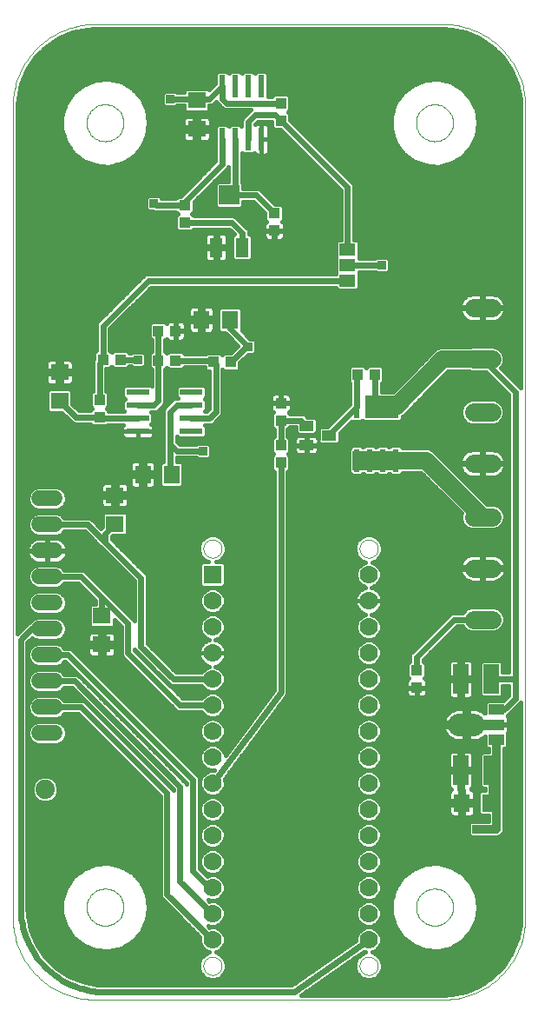
<source format=gtl>
G75*
%MOIN*%
%OFA0B0*%
%FSLAX24Y24*%
%IPPOS*%
%LPD*%
%AMOC8*
5,1,8,0,0,1.08239X$1,22.5*
%
%ADD10C,0.0000*%
%ADD11R,0.1250X0.0875*%
%ADD12R,0.1750X0.0750*%
%ADD13R,0.0870X0.0240*%
%ADD14R,0.0394X0.0433*%
%ADD15R,0.0433X0.0394*%
%ADD16R,0.0551X0.0394*%
%ADD17R,0.0240X0.0870*%
%ADD18R,0.0591X0.0394*%
%ADD19R,0.0787X0.0394*%
%ADD20C,0.0866*%
%ADD21R,0.0630X0.0709*%
%ADD22R,0.0591X0.1142*%
%ADD23R,0.0709X0.0630*%
%ADD24C,0.0740*%
%ADD25C,0.0600*%
%ADD26C,0.0705*%
%ADD27R,0.0236X0.0866*%
%ADD28R,0.0512X0.0748*%
%ADD29R,0.0787X0.0748*%
%ADD30R,0.0630X0.0460*%
%ADD31R,0.0700X0.0700*%
%ADD32C,0.0700*%
%ADD33C,0.0240*%
%ADD34C,0.0160*%
%ADD35C,0.0320*%
%ADD36R,0.0317X0.0317*%
%ADD37C,0.0660*%
D10*
X001927Y006076D02*
X001927Y037179D01*
X001926Y037179D02*
X001928Y037289D01*
X001934Y037399D01*
X001943Y037508D01*
X001957Y037617D01*
X001974Y037726D01*
X001995Y037834D01*
X002020Y037941D01*
X002048Y038047D01*
X002080Y038152D01*
X002116Y038256D01*
X002155Y038359D01*
X002198Y038460D01*
X002245Y038560D01*
X002295Y038658D01*
X002348Y038754D01*
X002405Y038848D01*
X002465Y038940D01*
X002528Y039031D01*
X002594Y039118D01*
X002663Y039204D01*
X002735Y039287D01*
X002810Y039367D01*
X002888Y039445D01*
X002968Y039520D01*
X003051Y039592D01*
X003137Y039661D01*
X003224Y039727D01*
X003315Y039790D01*
X003407Y039850D01*
X003501Y039907D01*
X003597Y039960D01*
X003695Y040010D01*
X003795Y040057D01*
X003896Y040100D01*
X003999Y040139D01*
X004103Y040175D01*
X004208Y040207D01*
X004314Y040235D01*
X004421Y040260D01*
X004529Y040281D01*
X004638Y040298D01*
X004747Y040312D01*
X004856Y040321D01*
X004966Y040327D01*
X005076Y040329D01*
X005076Y040328D02*
X018462Y040328D01*
X018462Y040329D02*
X018572Y040327D01*
X018682Y040321D01*
X018791Y040312D01*
X018900Y040298D01*
X019009Y040281D01*
X019117Y040260D01*
X019224Y040235D01*
X019330Y040207D01*
X019435Y040175D01*
X019539Y040139D01*
X019642Y040100D01*
X019743Y040057D01*
X019843Y040010D01*
X019941Y039960D01*
X020037Y039907D01*
X020131Y039850D01*
X020223Y039790D01*
X020314Y039727D01*
X020401Y039661D01*
X020487Y039592D01*
X020570Y039520D01*
X020650Y039445D01*
X020728Y039367D01*
X020803Y039287D01*
X020875Y039204D01*
X020944Y039118D01*
X021010Y039031D01*
X021073Y038940D01*
X021133Y038848D01*
X021190Y038754D01*
X021243Y038658D01*
X021293Y038560D01*
X021340Y038460D01*
X021383Y038359D01*
X021422Y038256D01*
X021458Y038152D01*
X021490Y038047D01*
X021518Y037941D01*
X021543Y037834D01*
X021564Y037726D01*
X021581Y037617D01*
X021595Y037508D01*
X021604Y037399D01*
X021610Y037289D01*
X021612Y037179D01*
X021612Y006076D01*
X021610Y005966D01*
X021604Y005856D01*
X021595Y005747D01*
X021581Y005638D01*
X021564Y005529D01*
X021543Y005421D01*
X021518Y005314D01*
X021490Y005208D01*
X021458Y005103D01*
X021422Y004999D01*
X021383Y004896D01*
X021340Y004795D01*
X021293Y004695D01*
X021243Y004597D01*
X021190Y004501D01*
X021133Y004407D01*
X021073Y004315D01*
X021010Y004224D01*
X020944Y004137D01*
X020875Y004051D01*
X020803Y003968D01*
X020728Y003888D01*
X020650Y003810D01*
X020570Y003735D01*
X020487Y003663D01*
X020401Y003594D01*
X020314Y003528D01*
X020223Y003465D01*
X020131Y003405D01*
X020037Y003348D01*
X019941Y003295D01*
X019843Y003245D01*
X019743Y003198D01*
X019642Y003155D01*
X019539Y003116D01*
X019435Y003080D01*
X019330Y003048D01*
X019224Y003020D01*
X019117Y002995D01*
X019009Y002974D01*
X018900Y002957D01*
X018791Y002943D01*
X018682Y002934D01*
X018572Y002928D01*
X018462Y002926D01*
X018462Y002927D02*
X005076Y002927D01*
X005076Y002926D02*
X004966Y002928D01*
X004856Y002934D01*
X004747Y002943D01*
X004638Y002957D01*
X004529Y002974D01*
X004421Y002995D01*
X004314Y003020D01*
X004208Y003048D01*
X004103Y003080D01*
X003999Y003116D01*
X003896Y003155D01*
X003795Y003198D01*
X003695Y003245D01*
X003597Y003295D01*
X003501Y003348D01*
X003407Y003405D01*
X003315Y003465D01*
X003224Y003528D01*
X003137Y003594D01*
X003051Y003663D01*
X002968Y003735D01*
X002888Y003810D01*
X002810Y003888D01*
X002735Y003968D01*
X002663Y004051D01*
X002594Y004137D01*
X002528Y004224D01*
X002465Y004315D01*
X002405Y004407D01*
X002348Y004501D01*
X002295Y004597D01*
X002245Y004695D01*
X002198Y004795D01*
X002155Y004896D01*
X002116Y004999D01*
X002080Y005103D01*
X002048Y005208D01*
X002020Y005314D01*
X001995Y005421D01*
X001974Y005529D01*
X001957Y005638D01*
X001943Y005747D01*
X001934Y005856D01*
X001928Y005966D01*
X001926Y006076D01*
X004761Y006470D02*
X004763Y006523D01*
X004769Y006576D01*
X004779Y006628D01*
X004792Y006679D01*
X004810Y006729D01*
X004831Y006778D01*
X004856Y006825D01*
X004884Y006869D01*
X004916Y006912D01*
X004950Y006952D01*
X004988Y006990D01*
X005028Y007024D01*
X005071Y007056D01*
X005116Y007084D01*
X005162Y007109D01*
X005211Y007130D01*
X005261Y007148D01*
X005312Y007161D01*
X005364Y007171D01*
X005417Y007177D01*
X005470Y007179D01*
X005523Y007177D01*
X005576Y007171D01*
X005628Y007161D01*
X005679Y007148D01*
X005729Y007130D01*
X005778Y007109D01*
X005825Y007084D01*
X005869Y007056D01*
X005912Y007024D01*
X005952Y006990D01*
X005990Y006952D01*
X006024Y006912D01*
X006056Y006869D01*
X006084Y006824D01*
X006109Y006778D01*
X006130Y006729D01*
X006148Y006679D01*
X006161Y006628D01*
X006171Y006576D01*
X006177Y006523D01*
X006179Y006470D01*
X006177Y006417D01*
X006171Y006364D01*
X006161Y006312D01*
X006148Y006261D01*
X006130Y006211D01*
X006109Y006162D01*
X006084Y006115D01*
X006056Y006071D01*
X006024Y006028D01*
X005990Y005988D01*
X005952Y005950D01*
X005912Y005916D01*
X005869Y005884D01*
X005824Y005856D01*
X005778Y005831D01*
X005729Y005810D01*
X005679Y005792D01*
X005628Y005779D01*
X005576Y005769D01*
X005523Y005763D01*
X005470Y005761D01*
X005417Y005763D01*
X005364Y005769D01*
X005312Y005779D01*
X005261Y005792D01*
X005211Y005810D01*
X005162Y005831D01*
X005115Y005856D01*
X005071Y005884D01*
X005028Y005916D01*
X004988Y005950D01*
X004950Y005988D01*
X004916Y006028D01*
X004884Y006071D01*
X004856Y006116D01*
X004831Y006162D01*
X004810Y006211D01*
X004792Y006261D01*
X004779Y006312D01*
X004769Y006364D01*
X004763Y006417D01*
X004761Y006470D01*
X009245Y004220D02*
X009247Y004257D01*
X009253Y004294D01*
X009263Y004330D01*
X009276Y004365D01*
X009293Y004398D01*
X009314Y004429D01*
X009338Y004457D01*
X009365Y004483D01*
X009394Y004506D01*
X009425Y004526D01*
X009459Y004542D01*
X009494Y004555D01*
X009530Y004564D01*
X009567Y004569D01*
X009604Y004570D01*
X009641Y004567D01*
X009678Y004560D01*
X009714Y004549D01*
X009748Y004535D01*
X009781Y004517D01*
X009811Y004495D01*
X009839Y004471D01*
X009864Y004443D01*
X009887Y004413D01*
X009906Y004381D01*
X009921Y004347D01*
X009933Y004312D01*
X009941Y004276D01*
X009945Y004239D01*
X009945Y004201D01*
X009941Y004164D01*
X009933Y004128D01*
X009921Y004093D01*
X009906Y004059D01*
X009887Y004027D01*
X009864Y003997D01*
X009839Y003969D01*
X009811Y003945D01*
X009781Y003923D01*
X009748Y003905D01*
X009714Y003891D01*
X009678Y003880D01*
X009641Y003873D01*
X009604Y003870D01*
X009567Y003871D01*
X009530Y003876D01*
X009494Y003885D01*
X009459Y003898D01*
X009425Y003914D01*
X009394Y003934D01*
X009365Y003957D01*
X009338Y003983D01*
X009314Y004011D01*
X009293Y004042D01*
X009276Y004075D01*
X009263Y004110D01*
X009253Y004146D01*
X009247Y004183D01*
X009245Y004220D01*
X015245Y004220D02*
X015247Y004257D01*
X015253Y004294D01*
X015263Y004330D01*
X015276Y004365D01*
X015293Y004398D01*
X015314Y004429D01*
X015338Y004457D01*
X015365Y004483D01*
X015394Y004506D01*
X015425Y004526D01*
X015459Y004542D01*
X015494Y004555D01*
X015530Y004564D01*
X015567Y004569D01*
X015604Y004570D01*
X015641Y004567D01*
X015678Y004560D01*
X015714Y004549D01*
X015748Y004535D01*
X015781Y004517D01*
X015811Y004495D01*
X015839Y004471D01*
X015864Y004443D01*
X015887Y004413D01*
X015906Y004381D01*
X015921Y004347D01*
X015933Y004312D01*
X015941Y004276D01*
X015945Y004239D01*
X015945Y004201D01*
X015941Y004164D01*
X015933Y004128D01*
X015921Y004093D01*
X015906Y004059D01*
X015887Y004027D01*
X015864Y003997D01*
X015839Y003969D01*
X015811Y003945D01*
X015781Y003923D01*
X015748Y003905D01*
X015714Y003891D01*
X015678Y003880D01*
X015641Y003873D01*
X015604Y003870D01*
X015567Y003871D01*
X015530Y003876D01*
X015494Y003885D01*
X015459Y003898D01*
X015425Y003914D01*
X015394Y003934D01*
X015365Y003957D01*
X015338Y003983D01*
X015314Y004011D01*
X015293Y004042D01*
X015276Y004075D01*
X015263Y004110D01*
X015253Y004146D01*
X015247Y004183D01*
X015245Y004220D01*
X017418Y006470D02*
X017420Y006523D01*
X017426Y006576D01*
X017436Y006628D01*
X017449Y006679D01*
X017467Y006729D01*
X017488Y006778D01*
X017513Y006825D01*
X017541Y006869D01*
X017573Y006912D01*
X017607Y006952D01*
X017645Y006990D01*
X017685Y007024D01*
X017728Y007056D01*
X017773Y007084D01*
X017819Y007109D01*
X017868Y007130D01*
X017918Y007148D01*
X017969Y007161D01*
X018021Y007171D01*
X018074Y007177D01*
X018127Y007179D01*
X018180Y007177D01*
X018233Y007171D01*
X018285Y007161D01*
X018336Y007148D01*
X018386Y007130D01*
X018435Y007109D01*
X018482Y007084D01*
X018526Y007056D01*
X018569Y007024D01*
X018609Y006990D01*
X018647Y006952D01*
X018681Y006912D01*
X018713Y006869D01*
X018741Y006824D01*
X018766Y006778D01*
X018787Y006729D01*
X018805Y006679D01*
X018818Y006628D01*
X018828Y006576D01*
X018834Y006523D01*
X018836Y006470D01*
X018834Y006417D01*
X018828Y006364D01*
X018818Y006312D01*
X018805Y006261D01*
X018787Y006211D01*
X018766Y006162D01*
X018741Y006115D01*
X018713Y006071D01*
X018681Y006028D01*
X018647Y005988D01*
X018609Y005950D01*
X018569Y005916D01*
X018526Y005884D01*
X018481Y005856D01*
X018435Y005831D01*
X018386Y005810D01*
X018336Y005792D01*
X018285Y005779D01*
X018233Y005769D01*
X018180Y005763D01*
X018127Y005761D01*
X018074Y005763D01*
X018021Y005769D01*
X017969Y005779D01*
X017918Y005792D01*
X017868Y005810D01*
X017819Y005831D01*
X017772Y005856D01*
X017728Y005884D01*
X017685Y005916D01*
X017645Y005950D01*
X017607Y005988D01*
X017573Y006028D01*
X017541Y006071D01*
X017513Y006116D01*
X017488Y006162D01*
X017467Y006211D01*
X017449Y006261D01*
X017436Y006312D01*
X017426Y006364D01*
X017420Y006417D01*
X017418Y006470D01*
X015245Y020220D02*
X015247Y020257D01*
X015253Y020294D01*
X015263Y020330D01*
X015276Y020365D01*
X015293Y020398D01*
X015314Y020429D01*
X015338Y020457D01*
X015365Y020483D01*
X015394Y020506D01*
X015425Y020526D01*
X015459Y020542D01*
X015494Y020555D01*
X015530Y020564D01*
X015567Y020569D01*
X015604Y020570D01*
X015641Y020567D01*
X015678Y020560D01*
X015714Y020549D01*
X015748Y020535D01*
X015781Y020517D01*
X015811Y020495D01*
X015839Y020471D01*
X015864Y020443D01*
X015887Y020413D01*
X015906Y020381D01*
X015921Y020347D01*
X015933Y020312D01*
X015941Y020276D01*
X015945Y020239D01*
X015945Y020201D01*
X015941Y020164D01*
X015933Y020128D01*
X015921Y020093D01*
X015906Y020059D01*
X015887Y020027D01*
X015864Y019997D01*
X015839Y019969D01*
X015811Y019945D01*
X015781Y019923D01*
X015748Y019905D01*
X015714Y019891D01*
X015678Y019880D01*
X015641Y019873D01*
X015604Y019870D01*
X015567Y019871D01*
X015530Y019876D01*
X015494Y019885D01*
X015459Y019898D01*
X015425Y019914D01*
X015394Y019934D01*
X015365Y019957D01*
X015338Y019983D01*
X015314Y020011D01*
X015293Y020042D01*
X015276Y020075D01*
X015263Y020110D01*
X015253Y020146D01*
X015247Y020183D01*
X015245Y020220D01*
X015127Y023605D02*
X015627Y023605D01*
X016127Y023605D01*
X016627Y023605D01*
X016627Y025665D02*
X016127Y025665D01*
X015845Y025665D01*
X015627Y025665D01*
X009245Y020220D02*
X009247Y020257D01*
X009253Y020294D01*
X009263Y020330D01*
X009276Y020365D01*
X009293Y020398D01*
X009314Y020429D01*
X009338Y020457D01*
X009365Y020483D01*
X009394Y020506D01*
X009425Y020526D01*
X009459Y020542D01*
X009494Y020555D01*
X009530Y020564D01*
X009567Y020569D01*
X009604Y020570D01*
X009641Y020567D01*
X009678Y020560D01*
X009714Y020549D01*
X009748Y020535D01*
X009781Y020517D01*
X009811Y020495D01*
X009839Y020471D01*
X009864Y020443D01*
X009887Y020413D01*
X009906Y020381D01*
X009921Y020347D01*
X009933Y020312D01*
X009941Y020276D01*
X009945Y020239D01*
X009945Y020201D01*
X009941Y020164D01*
X009933Y020128D01*
X009921Y020093D01*
X009906Y020059D01*
X009887Y020027D01*
X009864Y019997D01*
X009839Y019969D01*
X009811Y019945D01*
X009781Y019923D01*
X009748Y019905D01*
X009714Y019891D01*
X009678Y019880D01*
X009641Y019873D01*
X009604Y019870D01*
X009567Y019871D01*
X009530Y019876D01*
X009494Y019885D01*
X009459Y019898D01*
X009425Y019914D01*
X009394Y019934D01*
X009365Y019957D01*
X009338Y019983D01*
X009314Y020011D01*
X009293Y020042D01*
X009276Y020075D01*
X009263Y020110D01*
X009253Y020146D01*
X009247Y020183D01*
X009245Y020220D01*
X004761Y036549D02*
X004763Y036602D01*
X004769Y036655D01*
X004779Y036707D01*
X004792Y036758D01*
X004810Y036808D01*
X004831Y036857D01*
X004856Y036904D01*
X004884Y036948D01*
X004916Y036991D01*
X004950Y037031D01*
X004988Y037069D01*
X005028Y037103D01*
X005071Y037135D01*
X005116Y037163D01*
X005162Y037188D01*
X005211Y037209D01*
X005261Y037227D01*
X005312Y037240D01*
X005364Y037250D01*
X005417Y037256D01*
X005470Y037258D01*
X005523Y037256D01*
X005576Y037250D01*
X005628Y037240D01*
X005679Y037227D01*
X005729Y037209D01*
X005778Y037188D01*
X005825Y037163D01*
X005869Y037135D01*
X005912Y037103D01*
X005952Y037069D01*
X005990Y037031D01*
X006024Y036991D01*
X006056Y036948D01*
X006084Y036903D01*
X006109Y036857D01*
X006130Y036808D01*
X006148Y036758D01*
X006161Y036707D01*
X006171Y036655D01*
X006177Y036602D01*
X006179Y036549D01*
X006177Y036496D01*
X006171Y036443D01*
X006161Y036391D01*
X006148Y036340D01*
X006130Y036290D01*
X006109Y036241D01*
X006084Y036194D01*
X006056Y036150D01*
X006024Y036107D01*
X005990Y036067D01*
X005952Y036029D01*
X005912Y035995D01*
X005869Y035963D01*
X005824Y035935D01*
X005778Y035910D01*
X005729Y035889D01*
X005679Y035871D01*
X005628Y035858D01*
X005576Y035848D01*
X005523Y035842D01*
X005470Y035840D01*
X005417Y035842D01*
X005364Y035848D01*
X005312Y035858D01*
X005261Y035871D01*
X005211Y035889D01*
X005162Y035910D01*
X005115Y035935D01*
X005071Y035963D01*
X005028Y035995D01*
X004988Y036029D01*
X004950Y036067D01*
X004916Y036107D01*
X004884Y036150D01*
X004856Y036195D01*
X004831Y036241D01*
X004810Y036290D01*
X004792Y036340D01*
X004779Y036391D01*
X004769Y036443D01*
X004763Y036496D01*
X004761Y036549D01*
X017418Y036549D02*
X017420Y036602D01*
X017426Y036655D01*
X017436Y036707D01*
X017449Y036758D01*
X017467Y036808D01*
X017488Y036857D01*
X017513Y036904D01*
X017541Y036948D01*
X017573Y036991D01*
X017607Y037031D01*
X017645Y037069D01*
X017685Y037103D01*
X017728Y037135D01*
X017773Y037163D01*
X017819Y037188D01*
X017868Y037209D01*
X017918Y037227D01*
X017969Y037240D01*
X018021Y037250D01*
X018074Y037256D01*
X018127Y037258D01*
X018180Y037256D01*
X018233Y037250D01*
X018285Y037240D01*
X018336Y037227D01*
X018386Y037209D01*
X018435Y037188D01*
X018482Y037163D01*
X018526Y037135D01*
X018569Y037103D01*
X018609Y037069D01*
X018647Y037031D01*
X018681Y036991D01*
X018713Y036948D01*
X018741Y036903D01*
X018766Y036857D01*
X018787Y036808D01*
X018805Y036758D01*
X018818Y036707D01*
X018828Y036655D01*
X018834Y036602D01*
X018836Y036549D01*
X018834Y036496D01*
X018828Y036443D01*
X018818Y036391D01*
X018805Y036340D01*
X018787Y036290D01*
X018766Y036241D01*
X018741Y036194D01*
X018713Y036150D01*
X018681Y036107D01*
X018647Y036067D01*
X018609Y036029D01*
X018569Y035995D01*
X018526Y035963D01*
X018481Y035935D01*
X018435Y035910D01*
X018386Y035889D01*
X018336Y035871D01*
X018285Y035858D01*
X018233Y035848D01*
X018180Y035842D01*
X018127Y035840D01*
X018074Y035842D01*
X018021Y035848D01*
X017969Y035858D01*
X017918Y035871D01*
X017868Y035889D01*
X017819Y035910D01*
X017772Y035935D01*
X017728Y035963D01*
X017685Y035995D01*
X017645Y036029D01*
X017607Y036067D01*
X017573Y036107D01*
X017541Y036150D01*
X017513Y036195D01*
X017488Y036241D01*
X017467Y036290D01*
X017449Y036340D01*
X017436Y036391D01*
X017426Y036443D01*
X017420Y036496D01*
X017418Y036549D01*
D11*
X016095Y025658D03*
D12*
X015845Y023595D03*
D13*
X008781Y024722D03*
X008781Y025222D03*
X008781Y025722D03*
X008781Y026222D03*
X006721Y026222D03*
X006721Y025722D03*
X006721Y025222D03*
X006721Y024722D03*
D14*
X006055Y027470D03*
X005385Y027470D03*
X007512Y027439D03*
X007512Y028564D03*
X008182Y028564D03*
X008182Y027439D03*
X009633Y027376D03*
X010303Y027376D03*
X015168Y026885D03*
X015837Y026885D03*
D15*
X012220Y025805D03*
X012220Y025135D03*
X012220Y024180D03*
X012220Y023510D03*
X011968Y032417D03*
X011968Y033086D03*
X012220Y036635D03*
X012220Y037305D03*
X008531Y033398D03*
X008531Y032729D03*
X005251Y025932D03*
X005251Y025262D03*
X017436Y015555D03*
X017436Y014885D03*
D16*
X013202Y024189D03*
X013202Y024937D03*
X014068Y024563D03*
D17*
X015127Y023605D03*
X015627Y023605D03*
X016127Y023605D03*
X016627Y023605D03*
X016627Y025665D03*
X016127Y025665D03*
X015627Y025665D03*
X015127Y025665D03*
D18*
X020500Y014060D03*
X020500Y012880D03*
D19*
X020400Y013470D03*
D20*
X019645Y013470D02*
X019055Y013470D01*
D21*
X019169Y010470D03*
X020271Y010470D03*
X010269Y029001D03*
X009167Y029001D03*
X008023Y023064D03*
X006921Y023064D03*
D22*
X019129Y015220D03*
X020311Y015220D03*
X020311Y011720D03*
X019129Y011720D03*
D23*
X005845Y021169D03*
X005845Y022271D03*
X003722Y025887D03*
X003722Y026990D03*
X008988Y036309D03*
X008988Y037411D03*
X005345Y017646D03*
X005345Y016544D03*
D24*
X003165Y010992D03*
D25*
X002946Y013141D02*
X003546Y013141D01*
X003546Y014141D02*
X002946Y014141D01*
X002946Y015141D02*
X003546Y015141D01*
X003546Y016141D02*
X002946Y016141D01*
X002946Y017141D02*
X003546Y017141D01*
X003546Y018141D02*
X002946Y018141D01*
X002946Y019141D02*
X003546Y019141D01*
X003546Y020141D02*
X002946Y020141D01*
X002946Y021141D02*
X003546Y021141D01*
X003546Y022141D02*
X002946Y022141D01*
D26*
X019625Y021439D02*
X020330Y021439D01*
X020330Y019470D02*
X019625Y019470D01*
X019625Y017501D02*
X020330Y017501D01*
X020323Y023486D02*
X019618Y023486D01*
X019618Y025454D02*
X020323Y025454D01*
X020323Y027486D02*
X019618Y027486D01*
X019618Y029454D02*
X020323Y029454D01*
D27*
X011472Y035915D03*
X010972Y035915D03*
X010472Y035915D03*
X009972Y035915D03*
X009972Y037962D03*
X010472Y037962D03*
X010972Y037962D03*
X011472Y037962D03*
D28*
X010736Y031770D03*
X009736Y031770D03*
D29*
X010236Y033778D03*
D30*
X014780Y031698D03*
X014780Y031098D03*
X014780Y030498D03*
D31*
X009595Y019220D03*
D32*
X009595Y018220D03*
X009595Y017220D03*
X009595Y016220D03*
X009595Y015220D03*
X009595Y014220D03*
X009595Y013220D03*
X009595Y012220D03*
X009595Y011220D03*
X009595Y010220D03*
X009595Y009220D03*
X009595Y008220D03*
X009595Y007220D03*
X009595Y006220D03*
X009595Y005220D03*
X015595Y005220D03*
X015595Y006220D03*
X015595Y007220D03*
X015595Y008220D03*
X015595Y009220D03*
X015595Y010220D03*
X015595Y011220D03*
X015595Y012220D03*
X015595Y013220D03*
X015595Y014220D03*
X015595Y015220D03*
X015595Y016220D03*
X015595Y017220D03*
X015595Y018220D03*
X015595Y019220D03*
D33*
X017436Y016061D02*
X017436Y015555D01*
X017436Y016061D02*
X018876Y017501D01*
X019978Y017501D01*
X020311Y015220D02*
X021220Y015220D01*
X021220Y026236D01*
X019970Y027486D01*
X016095Y031095D02*
X016092Y031098D01*
X014780Y031098D01*
X014780Y031698D02*
X014780Y034075D01*
X012220Y036635D01*
X012010Y036845D01*
X011220Y036845D01*
X010972Y036597D01*
X010972Y035915D01*
X010472Y035915D02*
X010472Y034014D01*
X010236Y033778D01*
X011276Y033778D01*
X011968Y033086D01*
X010736Y032329D02*
X010736Y031770D01*
X010736Y032329D02*
X010345Y032720D01*
X008540Y032720D01*
X008531Y032729D01*
X008531Y033398D02*
X007417Y033398D01*
X007345Y033470D01*
X008531Y033531D02*
X009972Y034972D01*
X009972Y035915D01*
X010135Y037305D02*
X009970Y037470D01*
X009970Y037960D01*
X009972Y037962D01*
X009480Y037470D01*
X009179Y037470D01*
X007970Y037470D01*
X008988Y037411D02*
X009179Y037470D01*
X010135Y037305D02*
X012220Y037305D01*
X008531Y033531D02*
X008531Y033398D01*
X007123Y030498D02*
X014780Y030498D01*
X015168Y026885D02*
X015127Y026845D01*
X015127Y025665D01*
X014068Y024606D01*
X014068Y024563D01*
X013202Y024937D02*
X013003Y025135D01*
X012220Y025135D01*
X012220Y024180D01*
X012220Y023510D02*
X012220Y014720D01*
X009595Y011220D01*
X008845Y011345D02*
X008845Y007845D01*
X009470Y007220D01*
X009595Y007220D01*
X009595Y006220D02*
X008345Y007470D01*
X008345Y011095D01*
X004299Y015141D01*
X003246Y015141D01*
X003246Y014141D02*
X004549Y014141D01*
X007845Y010845D01*
X007845Y006970D01*
X009595Y005220D01*
X012720Y003220D02*
X005470Y003220D01*
X005359Y003222D01*
X005248Y003228D01*
X005138Y003237D01*
X005027Y003250D01*
X004918Y003267D01*
X004809Y003288D01*
X004701Y003312D01*
X004593Y003341D01*
X004487Y003372D01*
X004382Y003408D01*
X004278Y003447D01*
X004175Y003489D01*
X004074Y003535D01*
X003975Y003584D01*
X003877Y003637D01*
X003781Y003693D01*
X003688Y003752D01*
X003596Y003815D01*
X003506Y003880D01*
X003419Y003949D01*
X003334Y004020D01*
X003252Y004095D01*
X003172Y004172D01*
X003095Y004252D01*
X003020Y004334D01*
X002949Y004419D01*
X002880Y004506D01*
X002815Y004596D01*
X002752Y004688D01*
X002693Y004781D01*
X002637Y004877D01*
X002584Y004975D01*
X002535Y005074D01*
X002489Y005175D01*
X002447Y005278D01*
X002408Y005382D01*
X002372Y005487D01*
X002341Y005593D01*
X002312Y005701D01*
X002288Y005809D01*
X002267Y005918D01*
X002250Y006027D01*
X002237Y006138D01*
X002228Y006248D01*
X002222Y006359D01*
X002220Y006470D01*
X002220Y016720D01*
X002641Y017141D01*
X003246Y017141D01*
X003246Y016141D02*
X004049Y016141D01*
X008845Y011345D01*
X008345Y014220D02*
X009595Y014220D01*
X009595Y015220D02*
X008095Y015220D01*
X006845Y016470D01*
X006845Y019095D01*
X005470Y020470D01*
X005470Y020794D01*
X005845Y021169D01*
X005470Y020470D02*
X004799Y021141D01*
X003246Y021141D01*
X003246Y019141D02*
X004549Y019141D01*
X005345Y018345D01*
X005345Y017646D01*
X005345Y018345D02*
X006345Y017345D01*
X006345Y016220D01*
X008345Y014220D01*
X008023Y023064D02*
X007970Y023117D01*
X007970Y024220D01*
X008220Y023970D01*
X009220Y023970D01*
X009472Y025222D02*
X008781Y025222D01*
X008781Y025722D02*
X008222Y025722D01*
X007970Y025470D01*
X007970Y024220D01*
X007345Y025720D02*
X006723Y025720D01*
X006721Y025722D01*
X006721Y025222D02*
X005292Y025222D01*
X005251Y025262D01*
X004347Y025262D01*
X003722Y025887D01*
X005251Y025932D02*
X005251Y027336D01*
X005385Y027470D01*
X005385Y028760D01*
X007123Y030498D01*
X007512Y028564D02*
X007512Y027439D01*
X007512Y025887D01*
X007345Y025720D01*
X006720Y027470D02*
X006055Y027470D01*
X008182Y027439D02*
X009571Y027439D01*
X009633Y027376D01*
X009720Y027290D01*
X009720Y025470D01*
X009472Y025222D01*
X010303Y027376D02*
X010939Y028001D01*
X010269Y028671D01*
X010269Y029001D01*
X010939Y028001D02*
X010970Y027970D01*
X015837Y026885D02*
X015837Y025673D01*
X015845Y025665D01*
X021220Y015220D02*
X021220Y014470D01*
X020810Y014060D01*
X020500Y014060D01*
X020500Y012880D02*
X020500Y011909D01*
X020311Y011720D01*
X020311Y010509D01*
X020271Y010470D01*
X015595Y005220D02*
X012720Y003220D01*
D34*
X003159Y004573D02*
X002833Y005061D01*
X002609Y005602D01*
X002494Y006177D01*
X002480Y006470D01*
X002480Y016612D01*
X002666Y016798D01*
X002696Y016768D01*
X002858Y016701D01*
X003633Y016701D01*
X003795Y016768D01*
X003919Y016892D01*
X003986Y017054D01*
X003986Y017229D01*
X003919Y017390D01*
X003795Y017514D01*
X003633Y017581D01*
X002858Y017581D01*
X002696Y017514D01*
X002579Y017397D01*
X002494Y017362D01*
X002421Y017289D01*
X002107Y016974D01*
X002107Y037179D01*
X002121Y037470D01*
X002235Y038041D01*
X002457Y038579D01*
X002781Y039063D01*
X003192Y039474D01*
X003676Y039798D01*
X004214Y040020D01*
X004785Y040134D01*
X005076Y040148D01*
X018462Y040148D01*
X018753Y040134D01*
X019324Y040020D01*
X019862Y039798D01*
X020346Y039474D01*
X020758Y039063D01*
X021081Y038579D01*
X021304Y038041D01*
X021417Y037470D01*
X021432Y037179D01*
X021432Y026392D01*
X020678Y027145D01*
X020740Y027207D01*
X020815Y027388D01*
X020815Y027584D01*
X020740Y027765D01*
X020601Y027903D01*
X020420Y027978D01*
X019520Y027978D01*
X019465Y027956D01*
X018354Y027956D01*
X018182Y027884D01*
X016538Y026240D01*
X016449Y026240D01*
X016444Y026235D01*
X016311Y026235D01*
X016305Y026240D01*
X016097Y026240D01*
X016097Y026534D01*
X016174Y026611D01*
X016174Y027160D01*
X016092Y027242D01*
X015582Y027242D01*
X015502Y027162D01*
X015423Y027242D01*
X014913Y027242D01*
X014831Y027160D01*
X014831Y026611D01*
X014867Y026574D01*
X014867Y025773D01*
X013994Y024899D01*
X013735Y024899D01*
X013653Y024817D01*
X013653Y024428D01*
X013646Y024455D01*
X013622Y024496D01*
X013588Y024529D01*
X013547Y024553D01*
X013502Y024565D01*
X013221Y024565D01*
X013221Y024207D01*
X013658Y024207D01*
X013658Y024303D01*
X013735Y024226D01*
X014402Y024226D01*
X014484Y024308D01*
X014484Y024654D01*
X014935Y025105D01*
X014949Y025090D01*
X015305Y025090D01*
X015354Y025138D01*
X015412Y025080D01*
X016778Y025080D01*
X016788Y025090D01*
X016805Y025090D01*
X016887Y025172D01*
X016887Y025264D01*
X016894Y025267D01*
X018643Y027016D01*
X019465Y027016D01*
X019520Y026993D01*
X020095Y026993D01*
X020960Y026128D01*
X020960Y015480D01*
X020746Y015480D01*
X020746Y015849D01*
X020664Y015931D01*
X019957Y015931D01*
X019875Y015849D01*
X019875Y014591D01*
X019957Y014509D01*
X020664Y014509D01*
X020746Y014591D01*
X020746Y014960D01*
X020960Y014960D01*
X020960Y014578D01*
X020779Y014397D01*
X020147Y014397D01*
X020065Y014315D01*
X020065Y013918D01*
X020045Y013938D01*
X019967Y013994D01*
X019881Y014038D01*
X019789Y014068D01*
X019693Y014083D01*
X019430Y014083D01*
X019430Y013550D01*
X019826Y013550D01*
X019826Y013488D01*
X020381Y013488D01*
X020381Y013452D01*
X019826Y013452D01*
X019826Y013390D01*
X019430Y013390D01*
X019430Y013550D01*
X019270Y013550D01*
X019270Y014083D01*
X019006Y014083D01*
X018911Y014068D01*
X018819Y014038D01*
X018733Y013994D01*
X018655Y013938D01*
X018587Y013869D01*
X018530Y013791D01*
X018486Y013705D01*
X015705Y013705D01*
X015692Y013710D02*
X015498Y013710D01*
X015317Y013635D01*
X015180Y013498D01*
X015105Y013317D01*
X015105Y013123D01*
X015180Y012942D01*
X015317Y012805D01*
X015498Y012730D01*
X015692Y012730D01*
X015873Y012805D01*
X016010Y012942D01*
X016085Y013123D01*
X016085Y013317D01*
X016010Y013498D01*
X015873Y013635D01*
X015692Y013710D01*
X015692Y013730D02*
X015873Y013805D01*
X016010Y013942D01*
X016085Y014123D01*
X016085Y014317D01*
X016010Y014498D01*
X015873Y014635D01*
X015692Y014710D01*
X015498Y014710D01*
X015317Y014635D01*
X015180Y014498D01*
X015105Y014317D01*
X015105Y014123D01*
X015180Y013942D01*
X015317Y013805D01*
X015498Y013730D01*
X015692Y013730D01*
X015485Y013705D02*
X011784Y013705D01*
X011902Y013863D02*
X015259Y013863D01*
X015147Y014022D02*
X012021Y014022D01*
X012140Y014180D02*
X015105Y014180D01*
X015114Y014339D02*
X012259Y014339D01*
X012378Y014497D02*
X015179Y014497D01*
X015366Y014656D02*
X012475Y014656D01*
X012480Y014668D02*
X012480Y014687D01*
X012485Y014706D01*
X012480Y014738D01*
X012480Y023174D01*
X012495Y023174D01*
X012577Y023256D01*
X012577Y023765D01*
X012497Y023845D01*
X012577Y023925D01*
X012577Y024434D01*
X012495Y024516D01*
X012480Y024516D01*
X012480Y024799D01*
X012495Y024799D01*
X012571Y024875D01*
X012787Y024875D01*
X012787Y024682D01*
X012869Y024600D01*
X013536Y024600D01*
X013618Y024682D01*
X013618Y025191D01*
X013536Y025273D01*
X013233Y025273D01*
X013224Y025283D01*
X013151Y025356D01*
X013055Y025395D01*
X012571Y025395D01*
X012519Y025448D01*
X012547Y025464D01*
X012581Y025497D01*
X012604Y025538D01*
X012617Y025584D01*
X012617Y025786D01*
X012238Y025786D01*
X012238Y025823D01*
X012202Y025823D01*
X012202Y026181D01*
X011980Y026181D01*
X011934Y026169D01*
X011893Y026146D01*
X011859Y026112D01*
X011836Y026071D01*
X011823Y026025D01*
X011823Y025823D01*
X012202Y025823D01*
X012202Y025786D01*
X011823Y025786D01*
X011823Y025584D01*
X011836Y025538D01*
X011859Y025497D01*
X011893Y025464D01*
X011921Y025448D01*
X011863Y025390D01*
X011863Y024881D01*
X011945Y024799D01*
X011960Y024799D01*
X011960Y024516D01*
X011945Y024516D01*
X011863Y024434D01*
X011863Y023925D01*
X011943Y023845D01*
X011863Y023765D01*
X011863Y023256D01*
X011945Y023174D01*
X011960Y023174D01*
X011960Y014807D01*
X010085Y012307D01*
X010085Y012317D01*
X010010Y012498D01*
X009873Y012635D01*
X009692Y012710D01*
X009498Y012710D01*
X009317Y012635D01*
X009180Y012498D01*
X009105Y012317D01*
X009105Y012123D01*
X009180Y011942D01*
X009317Y011805D01*
X009498Y011730D01*
X009653Y011730D01*
X009638Y011710D01*
X009498Y011710D01*
X009317Y011635D01*
X009180Y011498D01*
X009105Y011317D01*
X009105Y011123D01*
X009180Y010942D01*
X009317Y010805D01*
X009498Y010730D01*
X009692Y010730D01*
X009873Y010805D01*
X010010Y010942D01*
X010085Y011123D01*
X010085Y011317D01*
X010052Y011396D01*
X012417Y014549D01*
X012440Y014573D01*
X012448Y014590D01*
X012459Y014605D01*
X012467Y014638D01*
X012480Y014668D01*
X012480Y014814D02*
X015308Y014814D01*
X015317Y014805D02*
X015498Y014730D01*
X015692Y014730D01*
X015873Y014805D01*
X016010Y014942D01*
X016085Y015123D01*
X016085Y015317D01*
X016010Y015498D01*
X015873Y015635D01*
X015692Y015710D01*
X015498Y015710D01*
X015317Y015635D01*
X015180Y015498D01*
X015105Y015317D01*
X015105Y015123D01*
X015180Y014942D01*
X015317Y014805D01*
X015167Y014973D02*
X012480Y014973D01*
X012480Y015131D02*
X015105Y015131D01*
X015105Y015290D02*
X012480Y015290D01*
X012480Y015448D02*
X015159Y015448D01*
X015289Y015607D02*
X012480Y015607D01*
X012480Y015765D02*
X015413Y015765D01*
X015498Y015730D02*
X015692Y015730D01*
X015873Y015805D01*
X016010Y015942D01*
X016085Y016123D01*
X016085Y016317D01*
X016010Y016498D01*
X015873Y016635D01*
X015692Y016710D01*
X015498Y016710D01*
X015317Y016635D01*
X015180Y016498D01*
X015105Y016317D01*
X015105Y016123D01*
X015180Y015942D01*
X015317Y015805D01*
X015498Y015730D01*
X015777Y015765D02*
X017079Y015765D01*
X017079Y015809D02*
X017079Y015300D01*
X017136Y015242D01*
X017108Y015226D01*
X017075Y015193D01*
X017051Y015152D01*
X017039Y015106D01*
X017039Y014904D01*
X017417Y014904D01*
X017417Y014867D01*
X017039Y014867D01*
X017039Y014665D01*
X017051Y014619D01*
X017075Y014578D01*
X017108Y014544D01*
X017150Y014521D01*
X017195Y014509D01*
X017417Y014509D01*
X017417Y014867D01*
X017454Y014867D01*
X017454Y014904D01*
X017832Y014904D01*
X017832Y015106D01*
X017820Y015152D01*
X017796Y015193D01*
X017763Y015226D01*
X017735Y015242D01*
X017792Y015300D01*
X017792Y015809D01*
X017710Y015891D01*
X017696Y015891D01*
X017696Y015953D01*
X018984Y017241D01*
X019200Y017241D01*
X019208Y017223D01*
X019346Y017084D01*
X019527Y017009D01*
X020428Y017009D01*
X020609Y017084D01*
X020748Y017223D01*
X020823Y017404D01*
X020823Y017599D01*
X020748Y017780D01*
X020609Y017919D01*
X020428Y017994D01*
X019527Y017994D01*
X019346Y017919D01*
X019208Y017780D01*
X019200Y017761D01*
X018825Y017761D01*
X018729Y017722D01*
X017288Y016281D01*
X017215Y016208D01*
X017176Y016112D01*
X017176Y015891D01*
X017161Y015891D01*
X017079Y015809D01*
X017176Y015924D02*
X015992Y015924D01*
X016068Y016082D02*
X017176Y016082D01*
X017248Y016241D02*
X016085Y016241D01*
X016051Y016399D02*
X017407Y016399D01*
X017565Y016558D02*
X015950Y016558D01*
X015873Y016805D02*
X015692Y016730D01*
X015498Y016730D01*
X015317Y016805D01*
X015180Y016942D01*
X015105Y017123D01*
X015105Y017317D01*
X015180Y017498D01*
X015317Y017635D01*
X015478Y017702D01*
X015471Y017703D01*
X015392Y017729D01*
X015317Y017767D01*
X015250Y017816D01*
X015191Y017875D01*
X015142Y017942D01*
X015104Y018017D01*
X015078Y018096D01*
X015065Y018178D01*
X015065Y018220D01*
X015595Y018220D01*
X016125Y018220D01*
X016125Y018262D01*
X016112Y018344D01*
X016086Y018423D01*
X016048Y018498D01*
X015999Y018565D01*
X015940Y018624D01*
X015873Y018673D01*
X015798Y018711D01*
X015719Y018737D01*
X015712Y018738D01*
X015873Y018805D01*
X016010Y018942D01*
X016085Y019123D01*
X016085Y019317D01*
X016010Y019498D01*
X015873Y019635D01*
X015721Y019698D01*
X015895Y019771D01*
X016044Y019920D01*
X016125Y020115D01*
X016125Y020325D01*
X016044Y020520D01*
X020960Y020520D01*
X020960Y020362D02*
X016110Y020362D01*
X016125Y020203D02*
X020960Y020203D01*
X020960Y020045D02*
X016096Y020045D01*
X016011Y019886D02*
X019292Y019886D01*
X019278Y019876D02*
X019219Y019817D01*
X019170Y019749D01*
X019132Y019674D01*
X019106Y019595D01*
X019093Y019512D01*
X019093Y019508D01*
X019940Y019508D01*
X019940Y020002D01*
X019583Y020002D01*
X019501Y019989D01*
X019421Y019963D01*
X019346Y019925D01*
X019278Y019876D01*
X019159Y019728D02*
X015791Y019728D01*
X015939Y019569D02*
X019102Y019569D01*
X019093Y019432D02*
X019093Y019428D01*
X019106Y019345D01*
X019132Y019266D01*
X019170Y019191D01*
X019219Y019123D01*
X019278Y019064D01*
X019346Y019015D01*
X019421Y018977D01*
X019501Y018951D01*
X019583Y018938D01*
X019940Y018938D01*
X019940Y019432D01*
X020015Y019432D01*
X020015Y018938D01*
X020372Y018938D01*
X020455Y018951D01*
X020535Y018977D01*
X020609Y019015D01*
X020677Y019064D01*
X020737Y019123D01*
X020786Y019191D01*
X020824Y019266D01*
X020850Y019345D01*
X020863Y019428D01*
X020863Y019432D01*
X020015Y019432D01*
X020015Y019508D01*
X019940Y019508D01*
X019940Y019432D01*
X019093Y019432D01*
X019096Y019411D02*
X016046Y019411D01*
X016085Y019252D02*
X019139Y019252D01*
X019249Y019094D02*
X016073Y019094D01*
X016003Y018935D02*
X020960Y018935D01*
X020960Y018777D02*
X015805Y018777D01*
X015946Y018618D02*
X020960Y018618D01*
X020960Y018460D02*
X016068Y018460D01*
X016119Y018301D02*
X020960Y018301D01*
X020960Y018143D02*
X016119Y018143D01*
X016125Y018178D02*
X016125Y018220D01*
X015595Y018220D01*
X015595Y018220D01*
X015595Y018220D01*
X015065Y018220D01*
X015065Y018262D01*
X015078Y018344D01*
X015104Y018423D01*
X015142Y018498D01*
X015191Y018565D01*
X015250Y018624D01*
X015317Y018673D01*
X015392Y018711D01*
X015471Y018737D01*
X015478Y018738D01*
X015317Y018805D01*
X015180Y018942D01*
X015105Y019123D01*
X015105Y019317D01*
X015180Y019498D01*
X015317Y019635D01*
X015469Y019698D01*
X015295Y019771D01*
X015146Y019920D01*
X015065Y020115D01*
X015065Y020325D01*
X015146Y020520D01*
X012480Y020520D01*
X012480Y020362D02*
X015080Y020362D01*
X015065Y020203D02*
X012480Y020203D01*
X012480Y020045D02*
X015094Y020045D01*
X015179Y019886D02*
X012480Y019886D01*
X012480Y019728D02*
X015399Y019728D01*
X015251Y019569D02*
X012480Y019569D01*
X012480Y019411D02*
X015144Y019411D01*
X015105Y019252D02*
X012480Y019252D01*
X012480Y019094D02*
X015117Y019094D01*
X015187Y018935D02*
X012480Y018935D01*
X012480Y018777D02*
X015385Y018777D01*
X015244Y018618D02*
X012480Y018618D01*
X012480Y018460D02*
X015122Y018460D01*
X015071Y018301D02*
X012480Y018301D01*
X012480Y018143D02*
X015071Y018143D01*
X015120Y017984D02*
X012480Y017984D01*
X012480Y017826D02*
X015240Y017826D01*
X015394Y017667D02*
X012480Y017667D01*
X012480Y017509D02*
X015191Y017509D01*
X015119Y017350D02*
X012480Y017350D01*
X012480Y017192D02*
X015105Y017192D01*
X015142Y017033D02*
X012480Y017033D01*
X012480Y016875D02*
X015247Y016875D01*
X015240Y016558D02*
X012480Y016558D01*
X012480Y016716D02*
X017724Y016716D01*
X017882Y016875D02*
X015943Y016875D01*
X016010Y016942D02*
X016085Y017123D01*
X016085Y017317D01*
X016010Y017498D01*
X015873Y017635D01*
X015712Y017702D01*
X015719Y017703D01*
X015798Y017729D01*
X015873Y017767D01*
X015940Y017816D01*
X015999Y017875D01*
X016048Y017942D01*
X016086Y018017D01*
X016112Y018096D01*
X016125Y018178D01*
X016070Y017984D02*
X019504Y017984D01*
X019253Y017826D02*
X015950Y017826D01*
X015796Y017667D02*
X018675Y017667D01*
X018516Y017509D02*
X015999Y017509D01*
X016071Y017350D02*
X018358Y017350D01*
X018199Y017192D02*
X016085Y017192D01*
X016048Y017033D02*
X018041Y017033D01*
X018459Y016716D02*
X020960Y016716D01*
X020960Y016558D02*
X018300Y016558D01*
X018142Y016399D02*
X020960Y016399D01*
X020960Y016241D02*
X017983Y016241D01*
X017825Y016082D02*
X020960Y016082D01*
X020960Y015924D02*
X020671Y015924D01*
X020746Y015765D02*
X020960Y015765D01*
X020960Y015607D02*
X020746Y015607D01*
X020746Y014814D02*
X020960Y014814D01*
X020960Y014656D02*
X020746Y014656D01*
X020880Y014497D02*
X019522Y014497D01*
X019535Y014505D02*
X019494Y014481D01*
X019448Y014469D01*
X019197Y014469D01*
X019197Y015152D01*
X019062Y015152D01*
X019062Y014469D01*
X018810Y014469D01*
X018765Y014481D01*
X018724Y014505D01*
X018690Y014539D01*
X018666Y014580D01*
X018654Y014625D01*
X018654Y015152D01*
X019062Y015152D01*
X019062Y015288D01*
X019062Y015971D01*
X018810Y015971D01*
X018765Y015959D01*
X018724Y015935D01*
X018690Y015901D01*
X018666Y015860D01*
X018654Y015815D01*
X018654Y015288D01*
X019062Y015288D01*
X019197Y015288D01*
X019197Y015971D01*
X019448Y015971D01*
X019494Y015959D01*
X019535Y015935D01*
X019569Y015901D01*
X019592Y015860D01*
X019605Y015815D01*
X019605Y015288D01*
X019197Y015288D01*
X019197Y015152D01*
X019605Y015152D01*
X019605Y014625D01*
X019592Y014580D01*
X019569Y014539D01*
X019535Y014505D01*
X019605Y014656D02*
X019875Y014656D01*
X019875Y014814D02*
X019605Y014814D01*
X019605Y014973D02*
X019875Y014973D01*
X019875Y015131D02*
X019605Y015131D01*
X019605Y015290D02*
X019875Y015290D01*
X019875Y015448D02*
X019605Y015448D01*
X019605Y015607D02*
X019875Y015607D01*
X019875Y015765D02*
X019605Y015765D01*
X019546Y015924D02*
X019950Y015924D01*
X019197Y015924D02*
X019062Y015924D01*
X019062Y015765D02*
X019197Y015765D01*
X019197Y015607D02*
X019062Y015607D01*
X019062Y015448D02*
X019197Y015448D01*
X019197Y015290D02*
X019062Y015290D01*
X019062Y015131D02*
X019197Y015131D01*
X019197Y014973D02*
X019062Y014973D01*
X019062Y014814D02*
X019197Y014814D01*
X019197Y014656D02*
X019062Y014656D01*
X019062Y014497D02*
X019197Y014497D01*
X019270Y014022D02*
X019430Y014022D01*
X019430Y013863D02*
X019270Y013863D01*
X019270Y013705D02*
X019430Y013705D01*
X019430Y013546D02*
X019826Y013546D01*
X019430Y013390D02*
X019430Y012857D01*
X019693Y012857D01*
X019789Y012872D01*
X019881Y012902D01*
X019967Y012946D01*
X020045Y013002D01*
X020065Y013022D01*
X020065Y012625D01*
X020147Y012543D01*
X020200Y012543D01*
X020200Y012431D01*
X019957Y012431D01*
X019875Y012349D01*
X019875Y011091D01*
X019957Y011009D01*
X020051Y011009D01*
X020051Y010964D01*
X019898Y010964D01*
X019816Y010882D01*
X019816Y010058D01*
X019898Y009976D01*
X020200Y009976D01*
X020200Y009770D01*
X019660Y009770D01*
X019657Y009768D01*
X019504Y009768D01*
X019422Y009686D01*
X019422Y009533D01*
X019420Y009530D01*
X019420Y009410D01*
X019422Y009407D01*
X019422Y009254D01*
X019504Y009172D01*
X019657Y009172D01*
X019660Y009170D01*
X020560Y009170D01*
X020670Y009216D01*
X020754Y009300D01*
X020800Y009410D01*
X020800Y012543D01*
X020853Y012543D01*
X020935Y012625D01*
X020935Y013135D01*
X020922Y013147D01*
X020938Y013163D01*
X020961Y013204D01*
X020974Y013249D01*
X020974Y013452D01*
X020418Y013452D01*
X020418Y013488D01*
X020974Y013488D01*
X020974Y013691D01*
X020961Y013736D01*
X020938Y013777D01*
X020922Y013793D01*
X020935Y013805D01*
X020935Y013831D01*
X020957Y013840D01*
X021031Y013913D01*
X021367Y014250D01*
X021432Y014314D01*
X021432Y006076D01*
X021417Y005785D01*
X021304Y005214D01*
X021081Y004676D01*
X020758Y004192D01*
X020346Y003781D01*
X019862Y003457D01*
X019324Y003235D01*
X018753Y003121D01*
X018462Y003107D01*
X013012Y003107D01*
X015403Y004769D01*
X015469Y004742D01*
X015295Y004669D01*
X015146Y004520D01*
X015065Y004325D01*
X015065Y004115D01*
X015146Y003920D01*
X015295Y003771D01*
X015490Y003690D01*
X015700Y003690D01*
X015895Y003771D01*
X016044Y003920D01*
X016125Y004115D01*
X016125Y004325D01*
X016044Y004520D01*
X015895Y004669D01*
X015721Y004742D01*
X015873Y004805D01*
X016010Y004942D01*
X016085Y005123D01*
X016085Y005317D01*
X016010Y005498D01*
X015873Y005635D01*
X015692Y005710D01*
X015498Y005710D01*
X015317Y005635D01*
X015180Y005498D01*
X015105Y005317D01*
X015105Y005196D01*
X012638Y003480D01*
X005470Y003480D01*
X005177Y003494D01*
X004602Y003609D01*
X004061Y003833D01*
X003573Y004159D01*
X003159Y004573D01*
X003220Y004512D02*
X009142Y004512D01*
X009146Y004520D02*
X009065Y004325D01*
X009065Y004115D01*
X009146Y003920D01*
X009295Y003771D01*
X009490Y003690D01*
X009700Y003690D01*
X009895Y003771D01*
X010044Y003920D01*
X010125Y004115D01*
X010125Y004325D01*
X010044Y004520D01*
X009895Y004669D01*
X009721Y004742D01*
X009873Y004805D01*
X010010Y004942D01*
X010085Y005123D01*
X010085Y005317D01*
X010010Y005498D01*
X009873Y005635D01*
X009692Y005710D01*
X009498Y005710D01*
X009480Y005703D01*
X009421Y005762D01*
X009498Y005730D01*
X009692Y005730D01*
X009873Y005805D01*
X010010Y005942D01*
X010085Y006123D01*
X010085Y006317D01*
X010010Y006498D01*
X009873Y006635D01*
X009692Y006710D01*
X009498Y006710D01*
X009480Y006703D01*
X009421Y006762D01*
X009498Y006730D01*
X009692Y006730D01*
X009873Y006805D01*
X010010Y006942D01*
X010085Y007123D01*
X010085Y007317D01*
X010010Y007498D01*
X009873Y007635D01*
X009692Y007710D01*
X009498Y007710D01*
X009392Y007666D01*
X009105Y007953D01*
X009105Y011397D01*
X009065Y011492D01*
X008992Y011565D01*
X004269Y016289D01*
X004196Y016362D01*
X004100Y016401D01*
X003908Y016401D01*
X003795Y016514D01*
X003633Y016581D01*
X002858Y016581D01*
X002696Y016514D01*
X002573Y016390D01*
X002506Y016229D01*
X002506Y016054D01*
X002573Y015892D01*
X002696Y015768D01*
X002858Y015701D01*
X003633Y015701D01*
X003795Y015768D01*
X003908Y015881D01*
X003941Y015881D01*
X008585Y011237D01*
X008585Y011195D01*
X008565Y011242D01*
X008492Y011315D01*
X004519Y015289D01*
X004446Y015362D01*
X004350Y015401D01*
X003908Y015401D01*
X003795Y015514D01*
X003633Y015581D01*
X002858Y015581D01*
X002696Y015514D01*
X002573Y015390D01*
X002506Y015229D01*
X002506Y015054D01*
X002573Y014892D01*
X002696Y014768D01*
X002858Y014701D01*
X003633Y014701D01*
X003795Y014768D01*
X003908Y014881D01*
X004191Y014881D01*
X008085Y010987D01*
X008085Y010945D01*
X008065Y010992D01*
X007992Y011065D01*
X004696Y014362D01*
X004600Y014401D01*
X003908Y014401D01*
X003795Y014514D01*
X003633Y014581D01*
X002858Y014581D01*
X002696Y014514D01*
X002573Y014390D01*
X002506Y014229D01*
X002506Y014054D01*
X002573Y013892D01*
X002696Y013768D01*
X002858Y013701D01*
X003633Y013701D01*
X003795Y013768D01*
X003908Y013881D01*
X004441Y013881D01*
X007585Y010737D01*
X007585Y006918D01*
X007625Y006823D01*
X009112Y005335D01*
X009105Y005317D01*
X009105Y005123D01*
X009180Y004942D01*
X009317Y004805D01*
X009469Y004742D01*
X009295Y004669D01*
X009146Y004520D01*
X009077Y004353D02*
X003379Y004353D01*
X003537Y004195D02*
X009065Y004195D01*
X009097Y004036D02*
X003757Y004036D01*
X003994Y003878D02*
X009188Y003878D01*
X009419Y003719D02*
X004335Y003719D01*
X004844Y003561D02*
X012754Y003561D01*
X012982Y003719D02*
X009771Y003719D01*
X010002Y003878D02*
X013210Y003878D01*
X013438Y004036D02*
X010093Y004036D01*
X010125Y004195D02*
X013666Y004195D01*
X013894Y004353D02*
X010113Y004353D01*
X010048Y004512D02*
X014122Y004512D01*
X014349Y004670D02*
X009893Y004670D01*
X009897Y004829D02*
X014577Y004829D01*
X014805Y004987D02*
X010029Y004987D01*
X010085Y005146D02*
X015033Y005146D01*
X015105Y005304D02*
X010085Y005304D01*
X010025Y005463D02*
X015165Y005463D01*
X015303Y005621D02*
X009887Y005621D01*
X009812Y005780D02*
X015378Y005780D01*
X015317Y005805D02*
X015498Y005730D01*
X015692Y005730D01*
X015873Y005805D01*
X016010Y005942D01*
X016085Y006123D01*
X016085Y006317D01*
X016010Y006498D01*
X015873Y006635D01*
X015692Y006710D01*
X015498Y006710D01*
X015317Y006635D01*
X015180Y006498D01*
X015105Y006317D01*
X015105Y006123D01*
X015180Y005942D01*
X015317Y005805D01*
X015184Y005938D02*
X010006Y005938D01*
X010074Y006097D02*
X015116Y006097D01*
X015105Y006255D02*
X010085Y006255D01*
X010045Y006414D02*
X015145Y006414D01*
X015254Y006572D02*
X009936Y006572D01*
X009694Y006731D02*
X015496Y006731D01*
X015498Y006730D02*
X015692Y006730D01*
X015873Y006805D01*
X016010Y006942D01*
X016085Y007123D01*
X016085Y007317D01*
X016010Y007498D01*
X015873Y007635D01*
X015692Y007710D01*
X015498Y007710D01*
X015317Y007635D01*
X015180Y007498D01*
X015105Y007317D01*
X015105Y007123D01*
X015180Y006942D01*
X015317Y006805D01*
X015498Y006730D01*
X015694Y006731D02*
X016469Y006731D01*
X016466Y006720D02*
X016466Y006220D01*
X016614Y005741D01*
X016896Y005327D01*
X017287Y005015D01*
X017287Y005015D01*
X017754Y004832D01*
X018253Y004795D01*
X018741Y004906D01*
X018741Y004906D01*
X019175Y005157D01*
X019516Y005524D01*
X019733Y005975D01*
X019807Y006470D01*
X019733Y006965D01*
X019733Y006965D01*
X019516Y007416D01*
X019516Y007416D01*
X019175Y007783D01*
X018741Y008034D01*
X018253Y008145D01*
X017754Y008108D01*
X017754Y008108D01*
X017287Y007925D01*
X016896Y007613D01*
X016896Y007613D01*
X016614Y007199D01*
X016614Y007199D01*
X016466Y006720D01*
X016466Y006572D02*
X015936Y006572D01*
X016045Y006414D02*
X016466Y006414D01*
X016466Y006255D02*
X016085Y006255D01*
X016074Y006097D02*
X016504Y006097D01*
X016553Y005938D02*
X016006Y005938D01*
X015812Y005780D02*
X016602Y005780D01*
X016614Y005741D02*
X016614Y005741D01*
X016696Y005621D02*
X015887Y005621D01*
X016025Y005463D02*
X016804Y005463D01*
X016896Y005327D02*
X016896Y005327D01*
X016896Y005327D01*
X016925Y005304D02*
X016085Y005304D01*
X016085Y005146D02*
X017124Y005146D01*
X017359Y004987D02*
X016029Y004987D01*
X015897Y004829D02*
X017799Y004829D01*
X017754Y004832D02*
X017754Y004832D01*
X018253Y004795D02*
X018253Y004795D01*
X018402Y004829D02*
X021144Y004829D01*
X021210Y004987D02*
X018882Y004987D01*
X019156Y005146D02*
X021275Y005146D01*
X021322Y005304D02*
X019312Y005304D01*
X019175Y005157D02*
X019175Y005157D01*
X019175Y005157D01*
X019459Y005463D02*
X021353Y005463D01*
X021385Y005621D02*
X019563Y005621D01*
X019516Y005524D02*
X019516Y005524D01*
X019639Y005780D02*
X021416Y005780D01*
X021425Y005938D02*
X019715Y005938D01*
X019733Y005975D02*
X019733Y005975D01*
X019751Y006097D02*
X021432Y006097D01*
X021432Y006255D02*
X019775Y006255D01*
X019799Y006414D02*
X021432Y006414D01*
X021432Y006572D02*
X019792Y006572D01*
X019768Y006731D02*
X021432Y006731D01*
X021432Y006889D02*
X019744Y006889D01*
X019693Y007048D02*
X021432Y007048D01*
X021432Y007206D02*
X019617Y007206D01*
X019540Y007365D02*
X021432Y007365D01*
X021432Y007523D02*
X019416Y007523D01*
X019269Y007682D02*
X021432Y007682D01*
X021432Y007840D02*
X019077Y007840D01*
X019175Y007783D02*
X019175Y007783D01*
X018802Y007999D02*
X021432Y007999D01*
X021432Y008157D02*
X016085Y008157D01*
X016085Y008123D02*
X016010Y007942D01*
X015873Y007805D01*
X015692Y007730D01*
X015498Y007730D01*
X015317Y007805D01*
X015180Y007942D01*
X015105Y008123D01*
X015105Y008317D01*
X015180Y008498D01*
X015317Y008635D01*
X015498Y008710D01*
X015692Y008710D01*
X015873Y008635D01*
X016010Y008498D01*
X016085Y008317D01*
X016085Y008123D01*
X016034Y007999D02*
X017475Y007999D01*
X017287Y007925D02*
X017287Y007925D01*
X017181Y007840D02*
X015908Y007840D01*
X015761Y007682D02*
X016982Y007682D01*
X016896Y007613D02*
X016896Y007613D01*
X016835Y007523D02*
X015985Y007523D01*
X016065Y007365D02*
X016727Y007365D01*
X016619Y007206D02*
X016085Y007206D01*
X016054Y007048D02*
X016567Y007048D01*
X016518Y006889D02*
X015957Y006889D01*
X015429Y007682D02*
X009761Y007682D01*
X009692Y007730D02*
X009873Y007805D01*
X010010Y007942D01*
X010085Y008123D01*
X010085Y008317D01*
X010010Y008498D01*
X009873Y008635D01*
X009692Y008710D01*
X009498Y008710D01*
X009317Y008635D01*
X009180Y008498D01*
X009105Y008317D01*
X009105Y008123D01*
X009180Y007942D01*
X009317Y007805D01*
X009498Y007730D01*
X009692Y007730D01*
X009908Y007840D02*
X015282Y007840D01*
X015156Y007999D02*
X010034Y007999D01*
X010085Y008157D02*
X015105Y008157D01*
X015105Y008316D02*
X010085Y008316D01*
X010020Y008474D02*
X015170Y008474D01*
X015315Y008633D02*
X009875Y008633D01*
X009840Y008791D02*
X015350Y008791D01*
X015317Y008805D02*
X015498Y008730D01*
X015692Y008730D01*
X015873Y008805D01*
X016010Y008942D01*
X016085Y009123D01*
X016085Y009317D01*
X016010Y009498D01*
X015873Y009635D01*
X015692Y009710D01*
X015498Y009710D01*
X015317Y009635D01*
X015180Y009498D01*
X015105Y009317D01*
X015105Y009123D01*
X015180Y008942D01*
X015317Y008805D01*
X015177Y008950D02*
X010013Y008950D01*
X010010Y008942D02*
X010085Y009123D01*
X010085Y009317D01*
X010010Y009498D01*
X009873Y009635D01*
X009692Y009710D01*
X009498Y009710D01*
X009317Y009635D01*
X009180Y009498D01*
X009105Y009317D01*
X009105Y009123D01*
X009180Y008942D01*
X009317Y008805D01*
X009498Y008730D01*
X009692Y008730D01*
X009873Y008805D01*
X010010Y008942D01*
X010079Y009108D02*
X015111Y009108D01*
X015105Y009267D02*
X010085Y009267D01*
X010040Y009425D02*
X015150Y009425D01*
X015266Y009584D02*
X009924Y009584D01*
X009873Y009805D02*
X010010Y009942D01*
X010085Y010123D01*
X010085Y010317D01*
X010010Y010498D01*
X009873Y010635D01*
X009692Y010710D01*
X009498Y010710D01*
X009317Y010635D01*
X009180Y010498D01*
X009105Y010317D01*
X009105Y010123D01*
X009180Y009942D01*
X009317Y009805D01*
X009498Y009730D01*
X009692Y009730D01*
X009873Y009805D01*
X009969Y009901D02*
X015221Y009901D01*
X015180Y009942D02*
X015317Y009805D01*
X015498Y009730D01*
X015692Y009730D01*
X015873Y009805D01*
X016010Y009942D01*
X016085Y010123D01*
X016085Y010317D01*
X016010Y010498D01*
X015873Y010635D01*
X015692Y010710D01*
X015498Y010710D01*
X015317Y010635D01*
X015180Y010498D01*
X015105Y010317D01*
X015105Y010123D01*
X015180Y009942D01*
X015131Y010059D02*
X010059Y010059D01*
X010085Y010218D02*
X015105Y010218D01*
X015129Y010376D02*
X010061Y010376D01*
X009973Y010535D02*
X015217Y010535D01*
X015457Y010693D02*
X009733Y010693D01*
X009920Y010852D02*
X015270Y010852D01*
X015317Y010805D02*
X015498Y010730D01*
X015692Y010730D01*
X015873Y010805D01*
X016010Y010942D01*
X016085Y011123D01*
X016085Y011317D01*
X016010Y011498D01*
X015873Y011635D01*
X015692Y011710D01*
X015498Y011710D01*
X015317Y011635D01*
X015180Y011498D01*
X015105Y011317D01*
X015105Y011123D01*
X015180Y010942D01*
X015317Y010805D01*
X015152Y011010D02*
X010038Y011010D01*
X010085Y011169D02*
X015105Y011169D01*
X015109Y011327D02*
X010081Y011327D01*
X010119Y011486D02*
X015175Y011486D01*
X015339Y011644D02*
X010238Y011644D01*
X010357Y011803D02*
X015322Y011803D01*
X015317Y011805D02*
X015498Y011730D01*
X015692Y011730D01*
X015873Y011805D01*
X016010Y011942D01*
X016085Y012123D01*
X016085Y012317D01*
X016010Y012498D01*
X015873Y012635D01*
X015692Y012710D01*
X015498Y012710D01*
X015317Y012635D01*
X015180Y012498D01*
X015105Y012317D01*
X015105Y012123D01*
X015180Y011942D01*
X015317Y011805D01*
X015172Y011961D02*
X010476Y011961D01*
X010595Y012120D02*
X015106Y012120D01*
X015105Y012278D02*
X010714Y012278D01*
X010833Y012437D02*
X015154Y012437D01*
X015277Y012595D02*
X010951Y012595D01*
X011070Y012754D02*
X015440Y012754D01*
X015210Y012912D02*
X011189Y012912D01*
X011308Y013071D02*
X015126Y013071D01*
X015105Y013229D02*
X011427Y013229D01*
X011546Y013388D02*
X015134Y013388D01*
X015228Y013546D02*
X011665Y013546D01*
X011371Y014022D02*
X010043Y014022D01*
X010010Y013942D02*
X010085Y014123D01*
X010085Y014317D01*
X010010Y014498D01*
X009873Y014635D01*
X009692Y014710D01*
X009498Y014710D01*
X009317Y014635D01*
X009180Y014498D01*
X009172Y014480D01*
X008453Y014480D01*
X006605Y016328D01*
X006605Y016370D01*
X006625Y016323D01*
X006698Y016250D01*
X007948Y015000D01*
X008043Y014960D01*
X009172Y014960D01*
X009180Y014942D01*
X009317Y014805D01*
X009498Y014730D01*
X009692Y014730D01*
X009873Y014805D01*
X010010Y014942D01*
X010085Y015123D01*
X010085Y015317D01*
X010010Y015498D01*
X009873Y015635D01*
X009712Y015702D01*
X009719Y015703D01*
X009798Y015729D01*
X009873Y015767D01*
X009940Y015816D01*
X009999Y015875D01*
X010048Y015942D01*
X010086Y016017D01*
X010112Y016096D01*
X010125Y016178D01*
X010125Y016220D01*
X010125Y016262D01*
X010112Y016344D01*
X010086Y016423D01*
X010048Y016498D01*
X009999Y016565D01*
X009940Y016624D01*
X009873Y016673D01*
X009798Y016711D01*
X009719Y016737D01*
X009712Y016738D01*
X009873Y016805D01*
X010010Y016942D01*
X010085Y017123D01*
X010085Y017317D01*
X010010Y017498D01*
X009873Y017635D01*
X009692Y017710D01*
X009498Y017710D01*
X009317Y017635D01*
X009180Y017498D01*
X009105Y017317D01*
X009105Y017123D01*
X009180Y016942D01*
X009317Y016805D01*
X009478Y016738D01*
X009471Y016737D01*
X009392Y016711D01*
X009317Y016673D01*
X009250Y016624D01*
X009191Y016565D01*
X009142Y016498D01*
X009104Y016423D01*
X009078Y016344D01*
X009065Y016262D01*
X009065Y016220D01*
X009595Y016220D01*
X010125Y016220D01*
X009595Y016220D01*
X009595Y016220D01*
X009595Y016220D01*
X009065Y016220D01*
X009065Y016178D01*
X009078Y016096D01*
X009104Y016017D01*
X009142Y015942D01*
X009191Y015875D01*
X009250Y015816D01*
X009317Y015767D01*
X009392Y015729D01*
X009471Y015703D01*
X009478Y015702D01*
X009317Y015635D01*
X009180Y015498D01*
X009172Y015480D01*
X008203Y015480D01*
X007105Y016578D01*
X007105Y019147D01*
X007065Y019242D01*
X006992Y019315D01*
X005730Y020578D01*
X005730Y020686D01*
X005758Y020714D01*
X006257Y020714D01*
X006339Y020796D01*
X006339Y021542D01*
X006257Y021624D01*
X005433Y021624D01*
X005351Y021542D01*
X005351Y021042D01*
X005323Y021014D01*
X005308Y021000D01*
X005019Y021289D01*
X004946Y021362D01*
X004850Y021401D01*
X003908Y021401D01*
X003795Y021514D01*
X003633Y021581D01*
X002858Y021581D01*
X002696Y021514D01*
X002573Y021390D01*
X002506Y021229D01*
X002506Y021054D01*
X002573Y020892D01*
X002696Y020768D01*
X002858Y020701D01*
X003633Y020701D01*
X003795Y020768D01*
X003908Y020881D01*
X004691Y020881D01*
X005250Y020323D01*
X005323Y020250D01*
X006585Y018987D01*
X006585Y017445D01*
X006565Y017492D01*
X006492Y017565D01*
X005565Y018492D01*
X005492Y018565D01*
X004696Y019362D01*
X004600Y019401D01*
X003908Y019401D01*
X003795Y019514D01*
X003633Y019581D01*
X002858Y019581D01*
X002696Y019514D01*
X002573Y019390D01*
X002506Y019229D01*
X002506Y019054D01*
X002573Y018892D01*
X002696Y018768D01*
X002858Y018701D01*
X003633Y018701D01*
X003795Y018768D01*
X003908Y018881D01*
X004441Y018881D01*
X005085Y018237D01*
X005085Y018101D01*
X004933Y018101D01*
X004851Y018019D01*
X004851Y017273D01*
X004933Y017191D01*
X005757Y017191D01*
X005839Y017273D01*
X005839Y017483D01*
X006085Y017237D01*
X006085Y016168D01*
X006125Y016073D01*
X008125Y014073D01*
X008198Y014000D01*
X008293Y013960D01*
X009172Y013960D01*
X009180Y013942D01*
X009317Y013805D01*
X009498Y013730D01*
X009692Y013730D01*
X009873Y013805D01*
X010010Y013942D01*
X009931Y013863D02*
X011252Y013863D01*
X011134Y013705D02*
X009705Y013705D01*
X009692Y013710D02*
X009498Y013710D01*
X009317Y013635D01*
X009180Y013498D01*
X009105Y013317D01*
X009105Y013123D01*
X009180Y012942D01*
X009317Y012805D01*
X009498Y012730D01*
X009692Y012730D01*
X009873Y012805D01*
X010010Y012942D01*
X010085Y013123D01*
X010085Y013317D01*
X010010Y013498D01*
X009873Y013635D01*
X009692Y013710D01*
X009485Y013705D02*
X006853Y013705D01*
X006694Y013863D02*
X009259Y013863D01*
X009228Y013546D02*
X007011Y013546D01*
X007170Y013388D02*
X009134Y013388D01*
X009105Y013229D02*
X007328Y013229D01*
X007487Y013071D02*
X009126Y013071D01*
X009210Y012912D02*
X007645Y012912D01*
X007804Y012754D02*
X009440Y012754D01*
X009277Y012595D02*
X007962Y012595D01*
X008121Y012437D02*
X009154Y012437D01*
X009105Y012278D02*
X008279Y012278D01*
X008438Y012120D02*
X009106Y012120D01*
X009172Y011961D02*
X008596Y011961D01*
X008755Y011803D02*
X009322Y011803D01*
X009339Y011644D02*
X008913Y011644D01*
X008992Y011565D02*
X008992Y011565D01*
X009068Y011486D02*
X009175Y011486D01*
X009109Y011327D02*
X009105Y011327D01*
X009105Y011169D02*
X009105Y011169D01*
X009105Y011010D02*
X009152Y011010D01*
X009105Y010852D02*
X009270Y010852D01*
X009105Y010693D02*
X009457Y010693D01*
X009217Y010535D02*
X009105Y010535D01*
X009105Y010376D02*
X009129Y010376D01*
X009105Y010218D02*
X009105Y010218D01*
X009105Y010059D02*
X009131Y010059D01*
X009105Y009901D02*
X009221Y009901D01*
X009105Y009742D02*
X009468Y009742D01*
X009266Y009584D02*
X009105Y009584D01*
X009105Y009425D02*
X009150Y009425D01*
X009105Y009267D02*
X009105Y009267D01*
X009105Y009108D02*
X009111Y009108D01*
X009105Y008950D02*
X009177Y008950D01*
X009105Y008791D02*
X009350Y008791D01*
X009315Y008633D02*
X009105Y008633D01*
X009105Y008474D02*
X009170Y008474D01*
X009105Y008316D02*
X009105Y008316D01*
X009105Y008157D02*
X009105Y008157D01*
X009105Y007999D02*
X009156Y007999D01*
X009217Y007840D02*
X009282Y007840D01*
X009376Y007682D02*
X009429Y007682D01*
X009452Y006731D02*
X009496Y006731D01*
X009957Y006889D02*
X015233Y006889D01*
X015136Y007048D02*
X010054Y007048D01*
X010085Y007206D02*
X015105Y007206D01*
X015125Y007365D02*
X010065Y007365D01*
X009985Y007523D02*
X015205Y007523D01*
X016085Y008316D02*
X021432Y008316D01*
X021432Y008474D02*
X016020Y008474D01*
X015875Y008633D02*
X021432Y008633D01*
X021432Y008791D02*
X015840Y008791D01*
X016013Y008950D02*
X021432Y008950D01*
X021432Y009108D02*
X016079Y009108D01*
X016085Y009267D02*
X019422Y009267D01*
X019420Y009425D02*
X016040Y009425D01*
X015924Y009584D02*
X019422Y009584D01*
X019477Y009742D02*
X015722Y009742D01*
X015468Y009742D02*
X009722Y009742D01*
X008495Y011327D02*
X008480Y011327D01*
X008337Y011486D02*
X008322Y011486D01*
X008178Y011644D02*
X008163Y011644D01*
X008020Y011803D02*
X008005Y011803D01*
X007861Y011961D02*
X007846Y011961D01*
X007703Y012120D02*
X007688Y012120D01*
X007544Y012278D02*
X007529Y012278D01*
X007386Y012437D02*
X007371Y012437D01*
X007227Y012595D02*
X007212Y012595D01*
X007069Y012754D02*
X007054Y012754D01*
X006910Y012912D02*
X006895Y012912D01*
X006752Y013071D02*
X006737Y013071D01*
X006593Y013229D02*
X006578Y013229D01*
X006435Y013388D02*
X006420Y013388D01*
X006276Y013546D02*
X006261Y013546D01*
X006118Y013705D02*
X006103Y013705D01*
X005959Y013863D02*
X005944Y013863D01*
X005801Y014022D02*
X005786Y014022D01*
X005642Y014180D02*
X005627Y014180D01*
X005484Y014339D02*
X005469Y014339D01*
X005325Y014497D02*
X005310Y014497D01*
X005167Y014656D02*
X005152Y014656D01*
X005008Y014814D02*
X004993Y014814D01*
X004850Y014973D02*
X004835Y014973D01*
X004691Y015131D02*
X004676Y015131D01*
X004533Y015290D02*
X004518Y015290D01*
X004374Y015448D02*
X003861Y015448D01*
X003788Y015765D02*
X004057Y015765D01*
X004216Y015607D02*
X002480Y015607D01*
X002480Y015765D02*
X002704Y015765D01*
X002559Y015924D02*
X002480Y015924D01*
X002480Y016082D02*
X002506Y016082D01*
X002511Y016241D02*
X002480Y016241D01*
X002480Y016399D02*
X002581Y016399D01*
X002480Y016558D02*
X002801Y016558D01*
X002822Y016716D02*
X002584Y016716D01*
X002166Y017033D02*
X002107Y017033D01*
X002107Y017192D02*
X002324Y017192D01*
X002483Y017350D02*
X002107Y017350D01*
X002107Y017509D02*
X002691Y017509D01*
X002858Y017701D02*
X002696Y017768D01*
X002573Y017892D01*
X002506Y018054D01*
X002506Y018229D01*
X002573Y018390D01*
X002696Y018514D01*
X002858Y018581D01*
X003633Y018581D01*
X003795Y018514D01*
X003919Y018390D01*
X003986Y018229D01*
X003986Y018054D01*
X003919Y017892D01*
X003795Y017768D01*
X003633Y017701D01*
X002858Y017701D01*
X002639Y017826D02*
X002107Y017826D01*
X002107Y017984D02*
X002534Y017984D01*
X002506Y018143D02*
X002107Y018143D01*
X002107Y018301D02*
X002536Y018301D01*
X002642Y018460D02*
X002107Y018460D01*
X002107Y018618D02*
X004704Y018618D01*
X004863Y018460D02*
X003849Y018460D01*
X003956Y018301D02*
X005021Y018301D01*
X005085Y018143D02*
X003986Y018143D01*
X003957Y017984D02*
X004851Y017984D01*
X004851Y017826D02*
X003852Y017826D01*
X003800Y017509D02*
X004851Y017509D01*
X004851Y017667D02*
X002107Y017667D01*
X002107Y018777D02*
X002688Y018777D01*
X002555Y018935D02*
X002107Y018935D01*
X002107Y019094D02*
X002506Y019094D01*
X002515Y019252D02*
X002107Y019252D01*
X002107Y019411D02*
X002593Y019411D01*
X002829Y019569D02*
X002107Y019569D01*
X002107Y019728D02*
X002700Y019728D01*
X002694Y019731D02*
X002761Y019696D01*
X002833Y019673D01*
X002908Y019661D01*
X003226Y019661D01*
X003226Y020121D01*
X003266Y020121D01*
X003266Y020161D01*
X004026Y020161D01*
X004026Y020179D01*
X004014Y020254D01*
X003990Y020326D01*
X003956Y020393D01*
X003912Y020454D01*
X003858Y020507D01*
X003797Y020552D01*
X003730Y020586D01*
X003658Y020609D01*
X003583Y020621D01*
X003266Y020621D01*
X003266Y020161D01*
X003226Y020161D01*
X003226Y020621D01*
X002908Y020621D01*
X002833Y020609D01*
X002761Y020586D01*
X002694Y020552D01*
X002633Y020507D01*
X002579Y020454D01*
X002535Y020393D01*
X002501Y020326D01*
X002477Y020254D01*
X002466Y020179D01*
X002466Y020161D01*
X003226Y020161D01*
X003226Y020121D01*
X002466Y020121D01*
X002466Y020103D01*
X002477Y020029D01*
X002501Y019957D01*
X002535Y019890D01*
X002579Y019829D01*
X002633Y019775D01*
X002694Y019731D01*
X002538Y019886D02*
X002107Y019886D01*
X002107Y020045D02*
X002475Y020045D01*
X002469Y020203D02*
X002107Y020203D01*
X002107Y020362D02*
X002519Y020362D01*
X002651Y020520D02*
X002107Y020520D01*
X002107Y020679D02*
X004894Y020679D01*
X005052Y020520D02*
X003841Y020520D01*
X003972Y020362D02*
X005211Y020362D01*
X005323Y020250D02*
X005323Y020250D01*
X005369Y020203D02*
X004022Y020203D01*
X004026Y020121D02*
X003266Y020121D01*
X003266Y019661D01*
X003583Y019661D01*
X003658Y019673D01*
X003730Y019696D01*
X003797Y019731D01*
X003858Y019775D01*
X003912Y019829D01*
X003956Y019890D01*
X003990Y019957D01*
X004014Y020029D01*
X004026Y020103D01*
X004026Y020121D01*
X004016Y020045D02*
X005528Y020045D01*
X005686Y019886D02*
X003954Y019886D01*
X003791Y019728D02*
X005845Y019728D01*
X006003Y019569D02*
X003662Y019569D01*
X003898Y019411D02*
X006162Y019411D01*
X006320Y019252D02*
X004805Y019252D01*
X004964Y019094D02*
X006479Y019094D01*
X006585Y018935D02*
X005122Y018935D01*
X005281Y018777D02*
X006585Y018777D01*
X006585Y018618D02*
X005439Y018618D01*
X005492Y018565D02*
X005492Y018565D01*
X005598Y018460D02*
X006585Y018460D01*
X006585Y018301D02*
X005756Y018301D01*
X005915Y018143D02*
X006585Y018143D01*
X006585Y017984D02*
X006073Y017984D01*
X006232Y017826D02*
X006585Y017826D01*
X006585Y017667D02*
X006390Y017667D01*
X006549Y017509D02*
X006585Y017509D01*
X007105Y017509D02*
X009191Y017509D01*
X009119Y017350D02*
X007105Y017350D01*
X007105Y017192D02*
X009105Y017192D01*
X009142Y017033D02*
X007105Y017033D01*
X007105Y016875D02*
X009247Y016875D01*
X009407Y016716D02*
X007105Y016716D01*
X007125Y016558D02*
X009185Y016558D01*
X009096Y016399D02*
X007283Y016399D01*
X007442Y016241D02*
X009065Y016241D01*
X009082Y016082D02*
X007600Y016082D01*
X007759Y015924D02*
X009155Y015924D01*
X009320Y015765D02*
X007917Y015765D01*
X008076Y015607D02*
X009289Y015607D01*
X009870Y015765D02*
X011960Y015765D01*
X011960Y015607D02*
X009901Y015607D01*
X010031Y015448D02*
X011960Y015448D01*
X011960Y015290D02*
X010085Y015290D01*
X010085Y015131D02*
X011960Y015131D01*
X011960Y014973D02*
X010023Y014973D01*
X009882Y014814D02*
X011960Y014814D01*
X011847Y014656D02*
X009824Y014656D01*
X010011Y014497D02*
X011728Y014497D01*
X011609Y014339D02*
X010076Y014339D01*
X010085Y014180D02*
X011490Y014180D01*
X011015Y013546D02*
X009962Y013546D01*
X010056Y013388D02*
X010896Y013388D01*
X010777Y013229D02*
X010085Y013229D01*
X010064Y013071D02*
X010658Y013071D01*
X010539Y012912D02*
X009980Y012912D01*
X009750Y012754D02*
X010420Y012754D01*
X010301Y012595D02*
X009913Y012595D01*
X010036Y012437D02*
X010183Y012437D01*
X009179Y014497D02*
X008435Y014497D01*
X008277Y014656D02*
X009366Y014656D01*
X009308Y014814D02*
X008118Y014814D01*
X008013Y014973D02*
X007960Y014973D01*
X007816Y015131D02*
X007801Y015131D01*
X007658Y015290D02*
X007643Y015290D01*
X007499Y015448D02*
X007484Y015448D01*
X007341Y015607D02*
X007326Y015607D01*
X007182Y015765D02*
X007167Y015765D01*
X007024Y015924D02*
X007009Y015924D01*
X006865Y016082D02*
X006850Y016082D01*
X006707Y016241D02*
X006692Y016241D01*
X006432Y015765D02*
X004792Y015765D01*
X004634Y015924D02*
X006274Y015924D01*
X006121Y016082D02*
X005805Y016082D01*
X005810Y016085D02*
X005843Y016118D01*
X005867Y016159D01*
X005879Y016205D01*
X005879Y016466D01*
X005422Y016466D01*
X005422Y016049D01*
X005723Y016049D01*
X005769Y016061D01*
X005810Y016085D01*
X005879Y016241D02*
X006085Y016241D01*
X006085Y016399D02*
X005879Y016399D01*
X005879Y016621D02*
X005879Y016882D01*
X005867Y016928D01*
X005843Y016969D01*
X005810Y017003D01*
X005769Y017027D01*
X005723Y017039D01*
X005422Y017039D01*
X005422Y016621D01*
X005268Y016621D01*
X005268Y017039D01*
X004967Y017039D01*
X004921Y017027D01*
X004880Y017003D01*
X004847Y016969D01*
X004823Y016928D01*
X004811Y016882D01*
X004811Y016621D01*
X005268Y016621D01*
X005268Y016466D01*
X005422Y016466D01*
X005422Y016621D01*
X005879Y016621D01*
X005879Y016716D02*
X006085Y016716D01*
X006085Y016558D02*
X005422Y016558D01*
X005268Y016558D02*
X003690Y016558D01*
X003669Y016716D02*
X004811Y016716D01*
X004811Y016875D02*
X003901Y016875D01*
X003977Y017033D02*
X004946Y017033D01*
X004932Y017192D02*
X003986Y017192D01*
X003935Y017350D02*
X004851Y017350D01*
X005268Y017033D02*
X005422Y017033D01*
X005422Y016875D02*
X005268Y016875D01*
X005268Y016716D02*
X005422Y016716D01*
X005268Y016466D02*
X004811Y016466D01*
X004811Y016205D01*
X004823Y016159D01*
X004847Y016118D01*
X004880Y016085D01*
X004921Y016061D01*
X004967Y016049D01*
X005268Y016049D01*
X005268Y016466D01*
X005268Y016399D02*
X005422Y016399D01*
X005422Y016241D02*
X005268Y016241D01*
X005268Y016082D02*
X005422Y016082D01*
X005109Y015448D02*
X006749Y015448D01*
X006908Y015290D02*
X005268Y015290D01*
X005426Y015131D02*
X007066Y015131D01*
X007225Y014973D02*
X005585Y014973D01*
X005743Y014814D02*
X007383Y014814D01*
X007542Y014656D02*
X005902Y014656D01*
X006060Y014497D02*
X007700Y014497D01*
X007859Y014339D02*
X006219Y014339D01*
X006377Y014180D02*
X008017Y014180D01*
X008176Y014022D02*
X006536Y014022D01*
X006002Y013071D02*
X005987Y013071D01*
X005843Y013229D02*
X005828Y013229D01*
X005685Y013388D02*
X005670Y013388D01*
X005526Y013546D02*
X005511Y013546D01*
X005368Y013705D02*
X005353Y013705D01*
X005209Y013863D02*
X005194Y013863D01*
X005051Y014022D02*
X005036Y014022D01*
X004892Y014180D02*
X004877Y014180D01*
X004734Y014339D02*
X004719Y014339D01*
X004575Y014497D02*
X003812Y014497D01*
X003841Y014814D02*
X004258Y014814D01*
X004417Y014656D02*
X002480Y014656D01*
X002480Y014814D02*
X002650Y014814D01*
X002539Y014973D02*
X002480Y014973D01*
X002480Y015131D02*
X002506Y015131D01*
X002531Y015290D02*
X002480Y015290D01*
X002480Y015448D02*
X002630Y015448D01*
X002679Y014497D02*
X002480Y014497D01*
X002480Y014339D02*
X002551Y014339D01*
X002506Y014180D02*
X002480Y014180D01*
X002480Y014022D02*
X002519Y014022D01*
X002480Y013863D02*
X002601Y013863D01*
X002480Y013705D02*
X002850Y013705D01*
X002858Y013581D02*
X002696Y013514D01*
X002573Y013390D01*
X002506Y013229D01*
X002480Y013229D01*
X002506Y013229D02*
X002506Y013054D01*
X002573Y012892D01*
X002696Y012768D01*
X002858Y012701D01*
X003633Y012701D01*
X003795Y012768D01*
X003919Y012892D01*
X003986Y013054D01*
X003986Y013229D01*
X003919Y013390D01*
X003795Y013514D01*
X003633Y013581D01*
X002858Y013581D01*
X002773Y013546D02*
X002480Y013546D01*
X002480Y013388D02*
X002571Y013388D01*
X002506Y013071D02*
X002480Y013071D01*
X002480Y012912D02*
X002564Y012912D01*
X002480Y012754D02*
X002731Y012754D01*
X002480Y012595D02*
X005727Y012595D01*
X005886Y012437D02*
X002480Y012437D01*
X002480Y012278D02*
X006044Y012278D01*
X006203Y012120D02*
X002480Y012120D01*
X002480Y011961D02*
X006361Y011961D01*
X006520Y011803D02*
X002480Y011803D01*
X002480Y011644D02*
X006678Y011644D01*
X006837Y011486D02*
X003305Y011486D01*
X003266Y011502D02*
X003063Y011502D01*
X002876Y011424D01*
X002733Y011281D01*
X002655Y011093D01*
X002655Y010890D01*
X002733Y010703D01*
X002876Y010559D01*
X003063Y010482D01*
X003266Y010482D01*
X003454Y010559D01*
X003597Y010703D01*
X003675Y010890D01*
X003675Y011093D01*
X003597Y011281D01*
X003454Y011424D01*
X003266Y011502D01*
X003025Y011486D02*
X002480Y011486D01*
X002480Y011327D02*
X002779Y011327D01*
X002686Y011169D02*
X002480Y011169D01*
X002480Y011010D02*
X002655Y011010D01*
X002671Y010852D02*
X002480Y010852D01*
X002480Y010693D02*
X002742Y010693D01*
X002935Y010535D02*
X002480Y010535D01*
X002480Y010376D02*
X007585Y010376D01*
X007585Y010218D02*
X002480Y010218D01*
X002480Y010059D02*
X007585Y010059D01*
X007585Y009901D02*
X002480Y009901D01*
X002480Y009742D02*
X007585Y009742D01*
X007585Y009584D02*
X002480Y009584D01*
X002480Y009425D02*
X007585Y009425D01*
X007585Y009267D02*
X002480Y009267D01*
X002480Y009108D02*
X007585Y009108D01*
X007585Y008950D02*
X002480Y008950D01*
X002480Y008791D02*
X007585Y008791D01*
X007585Y008633D02*
X002480Y008633D01*
X002480Y008474D02*
X007585Y008474D01*
X007585Y008316D02*
X002480Y008316D01*
X002480Y008157D02*
X007585Y008157D01*
X007585Y007999D02*
X006145Y007999D01*
X006084Y008034D02*
X005596Y008145D01*
X005096Y008108D01*
X004630Y007925D01*
X004238Y007613D01*
X003956Y007199D01*
X003809Y006720D01*
X003809Y006220D01*
X003956Y005741D01*
X004238Y005327D01*
X004238Y005327D01*
X004238Y005327D01*
X004630Y005015D01*
X005096Y004832D01*
X005096Y004832D01*
X005596Y004795D01*
X006084Y004906D01*
X006517Y005157D01*
X006517Y005157D01*
X006858Y005524D01*
X007075Y005975D01*
X007150Y006470D01*
X007075Y006965D01*
X007075Y006965D01*
X006858Y007416D01*
X006858Y007416D01*
X006517Y007783D01*
X006084Y008034D01*
X006419Y007840D02*
X007585Y007840D01*
X007585Y007682D02*
X006612Y007682D01*
X006517Y007783D02*
X006517Y007783D01*
X006759Y007523D02*
X007585Y007523D01*
X007585Y007365D02*
X006883Y007365D01*
X006959Y007206D02*
X007585Y007206D01*
X007585Y007048D02*
X007036Y007048D01*
X007087Y006889D02*
X007597Y006889D01*
X007717Y006731D02*
X007111Y006731D01*
X007135Y006572D02*
X007875Y006572D01*
X008034Y006414D02*
X007142Y006414D01*
X007118Y006255D02*
X008192Y006255D01*
X008351Y006097D02*
X007094Y006097D01*
X007075Y005975D02*
X007075Y005975D01*
X007058Y005938D02*
X008509Y005938D01*
X008668Y005780D02*
X006981Y005780D01*
X006905Y005621D02*
X008826Y005621D01*
X008985Y005463D02*
X006802Y005463D01*
X006858Y005524D02*
X006858Y005524D01*
X006654Y005304D02*
X009105Y005304D01*
X009105Y005146D02*
X006499Y005146D01*
X006224Y004987D02*
X009161Y004987D01*
X009293Y004829D02*
X005745Y004829D01*
X005596Y004795D02*
X005596Y004795D01*
X005142Y004829D02*
X002988Y004829D01*
X002882Y004987D02*
X004701Y004987D01*
X004630Y005015D02*
X004630Y005015D01*
X004466Y005146D02*
X002798Y005146D01*
X002732Y005304D02*
X004267Y005304D01*
X004146Y005463D02*
X002666Y005463D01*
X002605Y005621D02*
X004038Y005621D01*
X003956Y005741D02*
X003956Y005741D01*
X003944Y005780D02*
X002573Y005780D01*
X002542Y005938D02*
X003896Y005938D01*
X003847Y006097D02*
X002510Y006097D01*
X002491Y006255D02*
X003809Y006255D01*
X003809Y006414D02*
X002483Y006414D01*
X002480Y006572D02*
X003809Y006572D01*
X003812Y006731D02*
X002480Y006731D01*
X002480Y006889D02*
X003861Y006889D01*
X003910Y007048D02*
X002480Y007048D01*
X002480Y007206D02*
X003961Y007206D01*
X003956Y007199D02*
X003956Y007199D01*
X004069Y007365D02*
X002480Y007365D01*
X002480Y007523D02*
X004177Y007523D01*
X004238Y007613D02*
X004238Y007613D01*
X004238Y007613D01*
X004325Y007682D02*
X002480Y007682D01*
X002480Y007840D02*
X004524Y007840D01*
X004818Y007999D02*
X002480Y007999D01*
X003394Y010535D02*
X007585Y010535D01*
X007585Y010693D02*
X003588Y010693D01*
X003659Y010852D02*
X007471Y010852D01*
X007312Y011010D02*
X003675Y011010D01*
X003644Y011169D02*
X007154Y011169D01*
X006995Y011327D02*
X003551Y011327D01*
X003760Y012754D02*
X005569Y012754D01*
X005410Y012912D02*
X003927Y012912D01*
X003986Y013071D02*
X005252Y013071D01*
X005093Y013229D02*
X003985Y013229D01*
X003920Y013388D02*
X004935Y013388D01*
X004776Y013546D02*
X003718Y013546D01*
X003641Y013705D02*
X004618Y013705D01*
X004459Y013863D02*
X003890Y013863D01*
X004951Y015607D02*
X006591Y015607D01*
X006085Y016875D02*
X005879Y016875D01*
X005744Y017033D02*
X006085Y017033D01*
X006085Y017192D02*
X005758Y017192D01*
X005839Y017350D02*
X005972Y017350D01*
X007105Y017667D02*
X009394Y017667D01*
X009498Y017730D02*
X009317Y017805D01*
X009180Y017942D01*
X009105Y018123D01*
X009105Y018317D01*
X009180Y018498D01*
X009317Y018635D01*
X009498Y018710D01*
X009692Y018710D01*
X009873Y018635D01*
X010010Y018498D01*
X010085Y018317D01*
X010085Y018123D01*
X010010Y017942D01*
X009873Y017805D01*
X009692Y017730D01*
X009498Y017730D01*
X009296Y017826D02*
X007105Y017826D01*
X007105Y017984D02*
X009162Y017984D01*
X009105Y018143D02*
X007105Y018143D01*
X007105Y018301D02*
X009105Y018301D01*
X009164Y018460D02*
X007105Y018460D01*
X007105Y018618D02*
X009300Y018618D01*
X009187Y018730D02*
X010003Y018730D01*
X010085Y018812D01*
X010085Y019628D01*
X010003Y019710D01*
X009749Y019710D01*
X009895Y019771D01*
X010044Y019920D01*
X010125Y020115D01*
X010125Y020325D01*
X010044Y020520D01*
X011960Y020520D01*
X011960Y020362D02*
X010110Y020362D01*
X010125Y020203D02*
X011960Y020203D01*
X011960Y020045D02*
X010096Y020045D01*
X010011Y019886D02*
X011960Y019886D01*
X011960Y019728D02*
X009791Y019728D01*
X010085Y019569D02*
X011960Y019569D01*
X011960Y019411D02*
X010085Y019411D01*
X010085Y019252D02*
X011960Y019252D01*
X011960Y019094D02*
X010085Y019094D01*
X010085Y018935D02*
X011960Y018935D01*
X011960Y018777D02*
X010050Y018777D01*
X009890Y018618D02*
X011960Y018618D01*
X011960Y018460D02*
X010026Y018460D01*
X010085Y018301D02*
X011960Y018301D01*
X011960Y018143D02*
X010085Y018143D01*
X010028Y017984D02*
X011960Y017984D01*
X011960Y017826D02*
X009894Y017826D01*
X009796Y017667D02*
X011960Y017667D01*
X011960Y017509D02*
X009999Y017509D01*
X010071Y017350D02*
X011960Y017350D01*
X011960Y017192D02*
X010085Y017192D01*
X010048Y017033D02*
X011960Y017033D01*
X011960Y016875D02*
X009943Y016875D01*
X009783Y016716D02*
X011960Y016716D01*
X011960Y016558D02*
X010005Y016558D01*
X010094Y016399D02*
X011960Y016399D01*
X011960Y016241D02*
X010125Y016241D01*
X010108Y016082D02*
X011960Y016082D01*
X011960Y015924D02*
X010035Y015924D01*
X009187Y018730D02*
X009105Y018812D01*
X009105Y019628D01*
X009187Y019710D01*
X009441Y019710D01*
X009295Y019771D01*
X009146Y019920D01*
X009065Y020115D01*
X009065Y020325D01*
X009146Y020520D01*
X005787Y020520D01*
X005730Y020679D02*
X009317Y020679D01*
X009295Y020669D02*
X009146Y020520D01*
X009080Y020362D02*
X005946Y020362D01*
X006104Y020203D02*
X009065Y020203D01*
X009094Y020045D02*
X006263Y020045D01*
X006421Y019886D02*
X009179Y019886D01*
X009399Y019728D02*
X006580Y019728D01*
X006738Y019569D02*
X009105Y019569D01*
X009105Y019411D02*
X006897Y019411D01*
X007055Y019252D02*
X009105Y019252D01*
X009105Y019094D02*
X007105Y019094D01*
X007105Y018935D02*
X009105Y018935D01*
X009140Y018777D02*
X007105Y018777D01*
X006339Y020837D02*
X011960Y020837D01*
X011960Y020679D02*
X009873Y020679D01*
X009895Y020669D02*
X009700Y020750D01*
X009490Y020750D01*
X009295Y020669D01*
X009895Y020669D02*
X010044Y020520D01*
X008396Y022569D02*
X008478Y022651D01*
X008478Y023476D01*
X008396Y023558D01*
X008230Y023558D01*
X008230Y023710D01*
X008965Y023710D01*
X009004Y023672D01*
X009436Y023672D01*
X009518Y023754D01*
X009518Y024186D01*
X009436Y024268D01*
X009004Y024268D01*
X008965Y024230D01*
X008328Y024230D01*
X008230Y024328D01*
X008230Y024520D01*
X008289Y024462D01*
X009274Y024462D01*
X009356Y024544D01*
X009356Y024900D01*
X009294Y024962D01*
X009524Y024962D01*
X009619Y025002D01*
X009867Y025250D01*
X009940Y025323D01*
X009980Y025418D01*
X009980Y027088D01*
X010048Y027020D01*
X010558Y027020D01*
X010640Y027102D01*
X010640Y027343D01*
X010974Y027672D01*
X011186Y027672D01*
X011268Y027754D01*
X011268Y028186D01*
X011186Y028268D01*
X011039Y028268D01*
X010721Y028586D01*
X010724Y028589D01*
X010724Y029414D01*
X010642Y029496D01*
X009896Y029496D01*
X009814Y029414D01*
X009814Y028589D01*
X009896Y028507D01*
X010065Y028507D01*
X010122Y028450D01*
X010569Y028003D01*
X010294Y027733D01*
X010048Y027733D01*
X009968Y027653D01*
X009888Y027733D01*
X009379Y027733D01*
X009344Y027699D01*
X008518Y027699D01*
X008518Y027713D01*
X008436Y027795D01*
X007927Y027795D01*
X007847Y027715D01*
X007772Y027790D01*
X007772Y028212D01*
X007825Y028264D01*
X007841Y028236D01*
X007874Y028203D01*
X007915Y028179D01*
X007961Y028167D01*
X008163Y028167D01*
X008163Y028545D01*
X008200Y028545D01*
X008200Y028167D01*
X008402Y028167D01*
X008448Y028179D01*
X008489Y028203D01*
X008523Y028236D01*
X008546Y028277D01*
X008558Y028323D01*
X008558Y028545D01*
X008200Y028545D01*
X008200Y028582D01*
X008163Y028582D01*
X008163Y028960D01*
X007961Y028960D01*
X007915Y028948D01*
X007874Y028924D01*
X007841Y028891D01*
X007825Y028863D01*
X007767Y028920D01*
X007257Y028920D01*
X007175Y028838D01*
X007175Y028289D01*
X007252Y028212D01*
X007252Y027790D01*
X007175Y027713D01*
X007175Y027164D01*
X007252Y027087D01*
X007252Y026444D01*
X007214Y026482D01*
X006229Y026482D01*
X006146Y026400D01*
X006146Y026044D01*
X006219Y025972D01*
X006146Y025900D01*
X006146Y025544D01*
X006209Y025482D01*
X005608Y025482D01*
X005608Y025517D01*
X005528Y025597D01*
X005608Y025677D01*
X005608Y026186D01*
X005526Y026268D01*
X005511Y026268D01*
X005511Y027113D01*
X005640Y027113D01*
X005720Y027193D01*
X005800Y027113D01*
X006309Y027113D01*
X006391Y027195D01*
X006391Y027210D01*
X006465Y027210D01*
X006504Y027172D01*
X006936Y027172D01*
X007018Y027254D01*
X007018Y027686D01*
X006936Y027768D01*
X006504Y027768D01*
X006465Y027730D01*
X006391Y027730D01*
X006391Y027745D01*
X006309Y027827D01*
X005800Y027827D01*
X005720Y027747D01*
X005645Y027821D01*
X005645Y028653D01*
X007231Y030238D01*
X014325Y030238D01*
X014325Y030210D01*
X014407Y030128D01*
X015153Y030128D01*
X015235Y030210D01*
X015235Y030786D01*
X015223Y030798D01*
X015235Y030810D01*
X015235Y030838D01*
X015837Y030838D01*
X015879Y030797D01*
X016311Y030797D01*
X016393Y030879D01*
X016393Y031311D01*
X016311Y031393D01*
X015879Y031393D01*
X015843Y031358D01*
X015235Y031358D01*
X015235Y031386D01*
X015223Y031398D01*
X015235Y031410D01*
X015235Y031986D01*
X015153Y032068D01*
X015040Y032068D01*
X015040Y034127D01*
X015000Y034223D01*
X014927Y034296D01*
X012577Y036647D01*
X012577Y036890D01*
X012497Y036970D01*
X012577Y037050D01*
X012577Y037559D01*
X012495Y037641D01*
X011945Y037641D01*
X011869Y037565D01*
X011730Y037565D01*
X011730Y038453D01*
X011648Y038535D01*
X011296Y038535D01*
X011222Y038461D01*
X011148Y038535D01*
X010796Y038535D01*
X010722Y038461D01*
X010648Y038535D01*
X010296Y038535D01*
X010222Y038461D01*
X010148Y038535D01*
X009796Y038535D01*
X009714Y038453D01*
X009714Y038072D01*
X009454Y037812D01*
X009400Y037866D01*
X008575Y037866D01*
X008493Y037784D01*
X008493Y037730D01*
X008225Y037730D01*
X008186Y037768D01*
X007754Y037768D01*
X007672Y037686D01*
X007672Y037254D01*
X007754Y037172D01*
X008186Y037172D01*
X008225Y037210D01*
X008493Y037210D01*
X008493Y037038D01*
X008575Y036956D01*
X009400Y036956D01*
X009482Y037038D01*
X009482Y037210D01*
X009532Y037210D01*
X009627Y037250D01*
X009700Y037323D01*
X009735Y037358D01*
X009750Y037323D01*
X009823Y037250D01*
X009915Y037157D01*
X009988Y037084D01*
X010084Y037045D01*
X011052Y037045D01*
X010825Y036817D01*
X010752Y036744D01*
X010712Y036649D01*
X010712Y036424D01*
X010648Y036488D01*
X010296Y036488D01*
X010222Y036414D01*
X010148Y036488D01*
X009796Y036488D01*
X009714Y036406D01*
X009714Y035971D01*
X009712Y035967D01*
X009712Y035080D01*
X008367Y033735D01*
X008256Y033735D01*
X008180Y033658D01*
X007643Y033658D01*
X007643Y033686D01*
X007561Y033768D01*
X007129Y033768D01*
X007047Y033686D01*
X007047Y033254D01*
X007129Y033172D01*
X007284Y033172D01*
X007365Y033138D01*
X008180Y033138D01*
X008254Y033064D01*
X008174Y032984D01*
X008174Y032474D01*
X008256Y032392D01*
X008806Y032392D01*
X008874Y032460D01*
X010237Y032460D01*
X010417Y032280D01*
X010340Y032202D01*
X010340Y031338D01*
X010422Y031256D01*
X011050Y031256D01*
X011132Y031338D01*
X011132Y032202D01*
X011050Y032284D01*
X010996Y032284D01*
X010996Y032381D01*
X010956Y032477D01*
X010883Y032550D01*
X010492Y032940D01*
X010397Y032980D01*
X008888Y032980D01*
X008888Y032984D01*
X008808Y033064D01*
X008888Y033143D01*
X008888Y033520D01*
X010119Y034752D01*
X010192Y034825D01*
X010212Y034872D01*
X010212Y034292D01*
X009784Y034292D01*
X009702Y034210D01*
X009702Y033346D01*
X009784Y033264D01*
X010687Y033264D01*
X010769Y033346D01*
X010769Y033518D01*
X011168Y033518D01*
X011611Y033075D01*
X011611Y032831D01*
X011669Y032774D01*
X011641Y032758D01*
X011607Y032724D01*
X011584Y032683D01*
X011571Y032637D01*
X011571Y032435D01*
X011950Y032435D01*
X011950Y032398D01*
X011986Y032398D01*
X011986Y032040D01*
X012208Y032040D01*
X012254Y032052D01*
X012295Y032076D01*
X012329Y032109D01*
X012352Y032151D01*
X012365Y032196D01*
X012365Y032398D01*
X011986Y032398D01*
X011986Y032435D01*
X012365Y032435D01*
X012365Y032637D01*
X012352Y032683D01*
X012329Y032724D01*
X012295Y032758D01*
X012267Y032774D01*
X012325Y032831D01*
X012325Y033341D01*
X012243Y033423D01*
X011999Y033423D01*
X011497Y033925D01*
X011497Y033925D01*
X011423Y033998D01*
X011328Y034038D01*
X010769Y034038D01*
X010769Y034210D01*
X010732Y034248D01*
X010732Y035406D01*
X010796Y035342D01*
X011148Y035342D01*
X011198Y035392D01*
X011210Y035371D01*
X011243Y035338D01*
X011284Y035314D01*
X011330Y035302D01*
X011472Y035302D01*
X011614Y035302D01*
X011660Y035314D01*
X011701Y035338D01*
X011734Y035371D01*
X011758Y035412D01*
X011770Y035458D01*
X011770Y035915D01*
X011770Y036372D01*
X011758Y036417D01*
X011734Y036458D01*
X011701Y036492D01*
X011660Y036516D01*
X011614Y036528D01*
X011472Y036528D01*
X011472Y035915D01*
X011472Y035915D01*
X011472Y036528D01*
X011330Y036528D01*
X011284Y036516D01*
X011243Y036492D01*
X011232Y036481D01*
X011232Y036489D01*
X011328Y036585D01*
X011863Y036585D01*
X011863Y036381D01*
X011945Y036299D01*
X012189Y036299D01*
X014520Y033968D01*
X014520Y032068D01*
X014407Y032068D01*
X014325Y031986D01*
X014325Y031410D01*
X014337Y031398D01*
X014325Y031386D01*
X014325Y030810D01*
X014337Y030798D01*
X014325Y030786D01*
X014325Y030758D01*
X007071Y030758D01*
X006976Y030718D01*
X006903Y030645D01*
X005165Y028908D01*
X005125Y028812D01*
X005125Y027821D01*
X005049Y027745D01*
X005049Y027501D01*
X005031Y027483D01*
X004991Y027388D01*
X004991Y026268D01*
X004977Y026268D01*
X004895Y026186D01*
X004895Y025677D01*
X004975Y025597D01*
X004900Y025522D01*
X004455Y025522D01*
X004216Y025761D01*
X004216Y026260D01*
X004134Y026342D01*
X003310Y026342D01*
X003228Y026260D01*
X003228Y025514D01*
X003310Y025432D01*
X003809Y025432D01*
X004200Y025042D01*
X004295Y025002D01*
X004900Y025002D01*
X004977Y024925D01*
X005526Y024925D01*
X005563Y024962D01*
X006152Y024962D01*
X006142Y024952D01*
X006119Y024911D01*
X006106Y024866D01*
X006106Y024722D01*
X006721Y024722D01*
X006721Y024722D01*
X006106Y024722D01*
X006106Y024578D01*
X006119Y024532D01*
X006142Y024491D01*
X006176Y024458D01*
X006217Y024434D01*
X006263Y024422D01*
X006721Y024422D01*
X006721Y024722D01*
X006722Y024722D01*
X007336Y024722D01*
X007336Y024866D01*
X007324Y024911D01*
X007301Y024952D01*
X007267Y024986D01*
X007249Y024996D01*
X007296Y025044D01*
X007296Y025400D01*
X007236Y025460D01*
X007397Y025460D01*
X007492Y025500D01*
X007565Y025573D01*
X007733Y025740D01*
X007772Y025836D01*
X007772Y027087D01*
X007847Y027162D01*
X007927Y027082D01*
X008436Y027082D01*
X008518Y027164D01*
X008518Y027179D01*
X009297Y027179D01*
X009297Y027102D01*
X009379Y027020D01*
X009460Y027020D01*
X009460Y025578D01*
X009364Y025482D01*
X009294Y025482D01*
X009356Y025544D01*
X009356Y025900D01*
X009284Y025972D01*
X009356Y026044D01*
X009356Y026400D01*
X009274Y026482D01*
X008289Y026482D01*
X008206Y026400D01*
X008206Y026044D01*
X008269Y025982D01*
X008170Y025982D01*
X008075Y025942D01*
X007750Y025617D01*
X007710Y025522D01*
X007710Y023558D01*
X007650Y023558D01*
X007568Y023476D01*
X007568Y022651D01*
X007650Y022569D01*
X008396Y022569D01*
X008408Y022581D02*
X011960Y022581D01*
X011960Y022739D02*
X008478Y022739D01*
X008478Y022898D02*
X011960Y022898D01*
X011960Y023056D02*
X008478Y023056D01*
X008478Y023215D02*
X011904Y023215D01*
X011863Y023373D02*
X008478Y023373D01*
X008422Y023532D02*
X011863Y023532D01*
X011863Y023690D02*
X009455Y023690D01*
X009518Y023849D02*
X011940Y023849D01*
X011863Y024007D02*
X009518Y024007D01*
X009518Y024166D02*
X011863Y024166D01*
X011863Y024324D02*
X008233Y024324D01*
X008230Y024483D02*
X008268Y024483D01*
X007710Y024483D02*
X007292Y024483D01*
X007301Y024491D02*
X007324Y024532D01*
X007336Y024578D01*
X007336Y024722D01*
X006722Y024722D01*
X006722Y024722D01*
X006722Y024422D01*
X007180Y024422D01*
X007226Y024434D01*
X007267Y024458D01*
X007301Y024491D01*
X007336Y024641D02*
X007710Y024641D01*
X007710Y024800D02*
X007336Y024800D01*
X007295Y024958D02*
X007710Y024958D01*
X007710Y025117D02*
X007296Y025117D01*
X007296Y025275D02*
X007710Y025275D01*
X007710Y025434D02*
X007263Y025434D01*
X007585Y025592D02*
X007739Y025592D01*
X007737Y025751D02*
X007883Y025751D01*
X007772Y025909D02*
X008042Y025909D01*
X008206Y026068D02*
X007772Y026068D01*
X007772Y026226D02*
X008206Y026226D01*
X008206Y026385D02*
X007772Y026385D01*
X007772Y026543D02*
X009460Y026543D01*
X009460Y026385D02*
X009356Y026385D01*
X009356Y026226D02*
X009460Y026226D01*
X009460Y026068D02*
X009356Y026068D01*
X009347Y025909D02*
X009460Y025909D01*
X009460Y025751D02*
X009356Y025751D01*
X009356Y025592D02*
X009460Y025592D01*
X009298Y024958D02*
X011863Y024958D01*
X011863Y025117D02*
X009734Y025117D01*
X009893Y025275D02*
X011863Y025275D01*
X011907Y025434D02*
X009980Y025434D01*
X009980Y025592D02*
X011823Y025592D01*
X011823Y025751D02*
X009980Y025751D01*
X009980Y025909D02*
X011823Y025909D01*
X011835Y026068D02*
X009980Y026068D01*
X009980Y026226D02*
X014867Y026226D01*
X014867Y026068D02*
X012605Y026068D01*
X012604Y026071D02*
X012581Y026112D01*
X012547Y026146D01*
X012506Y026169D01*
X012460Y026181D01*
X012238Y026181D01*
X012238Y025823D01*
X012617Y025823D01*
X012617Y026025D01*
X012604Y026071D01*
X012617Y025909D02*
X014867Y025909D01*
X014845Y025751D02*
X012617Y025751D01*
X012617Y025592D02*
X014687Y025592D01*
X014528Y025434D02*
X012533Y025434D01*
X012238Y025909D02*
X012202Y025909D01*
X012202Y026068D02*
X012238Y026068D01*
X012496Y024800D02*
X012787Y024800D01*
X012827Y024641D02*
X012480Y024641D01*
X012528Y024483D02*
X012775Y024483D01*
X012783Y024496D02*
X012759Y024455D01*
X012747Y024409D01*
X012747Y024207D01*
X013184Y024207D01*
X013184Y024565D01*
X012903Y024565D01*
X012857Y024553D01*
X012816Y024529D01*
X012783Y024496D01*
X012747Y024324D02*
X012577Y024324D01*
X012577Y024166D02*
X012747Y024166D01*
X012747Y024170D02*
X012747Y023968D01*
X012759Y023922D01*
X012783Y023881D01*
X012816Y023848D01*
X012857Y023824D01*
X012903Y023812D01*
X013184Y023812D01*
X013184Y024170D01*
X013221Y024170D01*
X013221Y024207D01*
X013184Y024207D01*
X013184Y024170D01*
X012747Y024170D01*
X012747Y024007D02*
X012577Y024007D01*
X012500Y023849D02*
X012815Y023849D01*
X012577Y023690D02*
X014830Y023690D01*
X014830Y023532D02*
X012577Y023532D01*
X012577Y023373D02*
X014830Y023373D01*
X014830Y023215D02*
X012536Y023215D01*
X012480Y023056D02*
X014924Y023056D01*
X014949Y023030D02*
X014867Y023112D01*
X014867Y023125D01*
X014830Y023162D01*
X014830Y024028D01*
X014867Y024065D01*
X014867Y024098D01*
X014949Y024180D01*
X015305Y024180D01*
X015376Y024110D01*
X015379Y024110D01*
X015449Y024180D01*
X015805Y024180D01*
X015876Y024110D01*
X015879Y024110D01*
X015949Y024180D01*
X016305Y024180D01*
X016376Y024110D01*
X016379Y024110D01*
X016449Y024180D01*
X016805Y024180D01*
X016887Y024098D01*
X016887Y024075D01*
X017905Y024075D01*
X018077Y024004D01*
X020150Y021931D01*
X020428Y021931D01*
X020609Y021856D01*
X020748Y021717D01*
X020823Y021536D01*
X020823Y021341D01*
X020748Y021160D01*
X020609Y021021D01*
X020428Y020946D01*
X019527Y020946D01*
X019346Y021021D01*
X019208Y021160D01*
X019133Y021341D01*
X019133Y021536D01*
X019157Y021595D01*
X017616Y023135D01*
X016887Y023135D01*
X016887Y023112D01*
X016805Y023030D01*
X016449Y023030D01*
X016400Y023080D01*
X016355Y023080D01*
X016305Y023030D01*
X015949Y023030D01*
X015900Y023080D01*
X015855Y023080D01*
X015805Y023030D01*
X015449Y023030D01*
X015400Y023080D01*
X015355Y023080D01*
X015305Y023030D01*
X014949Y023030D01*
X015331Y023056D02*
X015424Y023056D01*
X015831Y023056D02*
X015924Y023056D01*
X016331Y023056D02*
X016424Y023056D01*
X016831Y023056D02*
X017695Y023056D01*
X017854Y022898D02*
X012480Y022898D01*
X012480Y022739D02*
X018012Y022739D01*
X018171Y022581D02*
X012480Y022581D01*
X012480Y022422D02*
X018329Y022422D01*
X018488Y022264D02*
X012480Y022264D01*
X012480Y022105D02*
X018646Y022105D01*
X018805Y021947D02*
X012480Y021947D01*
X012480Y021788D02*
X018963Y021788D01*
X019122Y021630D02*
X012480Y021630D01*
X012480Y021471D02*
X019133Y021471D01*
X019144Y021313D02*
X012480Y021313D01*
X012480Y021154D02*
X019213Y021154D01*
X019407Y020996D02*
X012480Y020996D01*
X012480Y020837D02*
X020960Y020837D01*
X020960Y020679D02*
X015873Y020679D01*
X015895Y020669D02*
X015700Y020750D01*
X015490Y020750D01*
X015295Y020669D01*
X015146Y020520D01*
X015317Y020679D02*
X012480Y020679D01*
X011960Y020996D02*
X006339Y020996D01*
X006339Y021154D02*
X011960Y021154D01*
X011960Y021313D02*
X006339Y021313D01*
X006339Y021471D02*
X011960Y021471D01*
X011960Y021630D02*
X002107Y021630D01*
X002107Y021788D02*
X002676Y021788D01*
X002696Y021768D02*
X002858Y021701D01*
X003633Y021701D01*
X003795Y021768D01*
X003919Y021892D01*
X003986Y022054D01*
X003986Y022229D01*
X003919Y022390D01*
X003795Y022514D01*
X003633Y022581D01*
X002858Y022581D01*
X002696Y022514D01*
X002573Y022390D01*
X002506Y022229D01*
X002506Y022054D01*
X002573Y021892D01*
X002696Y021768D01*
X002550Y021947D02*
X002107Y021947D01*
X002107Y022105D02*
X002506Y022105D01*
X002520Y022264D02*
X002107Y022264D01*
X002107Y022422D02*
X002604Y022422D01*
X002857Y022581D02*
X002107Y022581D01*
X002107Y022739D02*
X005396Y022739D01*
X005380Y022730D02*
X005347Y022697D01*
X005323Y022656D01*
X005311Y022610D01*
X005311Y022349D01*
X005768Y022349D01*
X005768Y022766D01*
X005467Y022766D01*
X005421Y022754D01*
X005380Y022730D01*
X005311Y022581D02*
X003634Y022581D01*
X003887Y022422D02*
X005311Y022422D01*
X005311Y022194D02*
X005311Y021933D01*
X005323Y021887D01*
X005347Y021846D01*
X005380Y021812D01*
X005421Y021788D01*
X005467Y021776D01*
X005768Y021776D01*
X005768Y022194D01*
X005922Y022194D01*
X005922Y021776D01*
X006223Y021776D01*
X006269Y021788D01*
X006310Y021812D01*
X006343Y021846D01*
X006367Y021887D01*
X006379Y021933D01*
X006379Y022194D01*
X005922Y022194D01*
X005922Y022349D01*
X005768Y022349D01*
X005768Y022194D01*
X005311Y022194D01*
X005311Y022105D02*
X003986Y022105D01*
X003971Y022264D02*
X005768Y022264D01*
X005922Y022264D02*
X011960Y022264D01*
X011960Y022422D02*
X006379Y022422D01*
X006379Y022349D02*
X006379Y022610D01*
X006367Y022656D01*
X006343Y022697D01*
X006310Y022730D01*
X006269Y022754D01*
X006223Y022766D01*
X005922Y022766D01*
X005922Y022349D01*
X006379Y022349D01*
X006379Y022581D02*
X006480Y022581D01*
X006495Y022565D02*
X006536Y022541D01*
X006582Y022529D01*
X006843Y022529D01*
X006843Y022986D01*
X006426Y022986D01*
X006426Y022685D01*
X006438Y022640D01*
X006462Y022599D01*
X006495Y022565D01*
X006426Y022739D02*
X006294Y022739D01*
X006426Y022898D02*
X002107Y022898D01*
X002107Y023056D02*
X006843Y023056D01*
X006843Y022986D02*
X006843Y023141D01*
X006426Y023141D01*
X006426Y023442D01*
X006438Y023487D01*
X006462Y023528D01*
X006495Y023562D01*
X006536Y023586D01*
X006582Y023598D01*
X006843Y023598D01*
X006843Y023141D01*
X006998Y023141D01*
X006998Y023598D01*
X007259Y023598D01*
X007305Y023586D01*
X007346Y023562D01*
X007380Y023528D01*
X007403Y023487D01*
X007416Y023442D01*
X007416Y023141D01*
X006998Y023141D01*
X006998Y022986D01*
X006998Y022529D01*
X007259Y022529D01*
X007305Y022541D01*
X007346Y022565D01*
X007380Y022599D01*
X007403Y022640D01*
X007416Y022685D01*
X007416Y022986D01*
X006998Y022986D01*
X006843Y022986D01*
X006843Y022898D02*
X006998Y022898D01*
X006998Y023056D02*
X007568Y023056D01*
X007568Y022898D02*
X007416Y022898D01*
X007416Y022739D02*
X007568Y022739D01*
X007639Y022581D02*
X007362Y022581D01*
X006998Y022581D02*
X006843Y022581D01*
X006843Y022739D02*
X006998Y022739D01*
X006998Y023215D02*
X006843Y023215D01*
X006843Y023373D02*
X006998Y023373D01*
X006998Y023532D02*
X006843Y023532D01*
X006465Y023532D02*
X002107Y023532D01*
X002107Y023690D02*
X007710Y023690D01*
X007710Y023849D02*
X002107Y023849D01*
X002107Y024007D02*
X007710Y024007D01*
X007710Y024166D02*
X002107Y024166D01*
X002107Y024324D02*
X007710Y024324D01*
X007624Y023532D02*
X007376Y023532D01*
X007416Y023373D02*
X007568Y023373D01*
X007568Y023215D02*
X007416Y023215D01*
X008230Y023690D02*
X008985Y023690D01*
X009295Y024483D02*
X011912Y024483D01*
X011960Y024641D02*
X009356Y024641D01*
X009356Y024800D02*
X011944Y024800D01*
X013184Y024483D02*
X013221Y024483D01*
X013221Y024324D02*
X013184Y024324D01*
X013221Y024170D02*
X013658Y024170D01*
X013658Y023968D01*
X013646Y023922D01*
X013622Y023881D01*
X013588Y023848D01*
X013547Y023824D01*
X013502Y023812D01*
X013221Y023812D01*
X013221Y024170D01*
X013221Y024166D02*
X013184Y024166D01*
X013184Y024007D02*
X013221Y024007D01*
X013221Y023849D02*
X013184Y023849D01*
X013590Y023849D02*
X014830Y023849D01*
X014830Y024007D02*
X013658Y024007D01*
X013658Y024166D02*
X014935Y024166D01*
X015320Y024166D02*
X015435Y024166D01*
X015820Y024166D02*
X015935Y024166D01*
X016320Y024166D02*
X016435Y024166D01*
X016820Y024166D02*
X020960Y024166D01*
X020960Y024324D02*
X014484Y024324D01*
X014484Y024483D02*
X020960Y024483D01*
X020960Y024641D02*
X014484Y024641D01*
X014630Y024800D02*
X020960Y024800D01*
X020960Y024958D02*
X014788Y024958D01*
X014370Y025275D02*
X013231Y025275D01*
X013618Y025117D02*
X014211Y025117D01*
X014053Y024958D02*
X013618Y024958D01*
X013618Y024800D02*
X013653Y024800D01*
X013653Y024641D02*
X013577Y024641D01*
X013630Y024483D02*
X013653Y024483D01*
X014867Y026385D02*
X009980Y026385D01*
X009980Y026543D02*
X014867Y026543D01*
X014831Y026702D02*
X009980Y026702D01*
X009980Y026860D02*
X014831Y026860D01*
X014831Y027019D02*
X009980Y027019D01*
X010640Y027177D02*
X014848Y027177D01*
X015487Y027177D02*
X015518Y027177D01*
X016106Y026543D02*
X016841Y026543D01*
X016999Y026702D02*
X016174Y026702D01*
X016174Y026860D02*
X017158Y026860D01*
X017316Y027019D02*
X016174Y027019D01*
X016157Y027177D02*
X017475Y027177D01*
X017633Y027336D02*
X010640Y027336D01*
X010793Y027494D02*
X017792Y027494D01*
X017950Y027653D02*
X010955Y027653D01*
X011268Y027811D02*
X018109Y027811D01*
X018487Y026860D02*
X020228Y026860D01*
X020386Y026702D02*
X018329Y026702D01*
X018170Y026543D02*
X020545Y026543D01*
X020703Y026385D02*
X018012Y026385D01*
X017853Y026226D02*
X020862Y026226D01*
X020960Y026068D02*
X017695Y026068D01*
X017536Y025909D02*
X019429Y025909D01*
X019339Y025872D02*
X019520Y025947D01*
X020420Y025947D01*
X020601Y025872D01*
X020740Y025733D01*
X020815Y025552D01*
X020815Y025356D01*
X020740Y025175D01*
X020601Y025037D01*
X020420Y024962D01*
X019520Y024962D01*
X019339Y025037D01*
X019200Y025175D01*
X019125Y025356D01*
X019125Y025552D01*
X019200Y025733D01*
X019339Y025872D01*
X019217Y025751D02*
X017378Y025751D01*
X017219Y025592D02*
X019142Y025592D01*
X019125Y025434D02*
X017061Y025434D01*
X016902Y025275D02*
X019159Y025275D01*
X019259Y025117D02*
X016832Y025117D01*
X016682Y026385D02*
X016097Y026385D01*
X015375Y025117D02*
X015332Y025117D01*
X015895Y020669D02*
X016044Y020520D01*
X016010Y016942D02*
X015873Y016805D01*
X015198Y015924D02*
X012480Y015924D01*
X012480Y016082D02*
X015122Y016082D01*
X015105Y016241D02*
X012480Y016241D01*
X012480Y016399D02*
X015139Y016399D01*
X015901Y015607D02*
X017079Y015607D01*
X017079Y015448D02*
X016031Y015448D01*
X016085Y015290D02*
X017089Y015290D01*
X017046Y015131D02*
X016085Y015131D01*
X016023Y014973D02*
X017039Y014973D01*
X017039Y014814D02*
X015882Y014814D01*
X015824Y014656D02*
X017041Y014656D01*
X017417Y014656D02*
X017454Y014656D01*
X017454Y014509D02*
X017676Y014509D01*
X017722Y014521D01*
X017763Y014544D01*
X017796Y014578D01*
X017820Y014619D01*
X017832Y014665D01*
X017832Y014867D01*
X017454Y014867D01*
X017454Y014509D01*
X017454Y014814D02*
X017417Y014814D01*
X017832Y014814D02*
X018654Y014814D01*
X018654Y014656D02*
X017830Y014656D01*
X017832Y014973D02*
X018654Y014973D01*
X018654Y015131D02*
X017825Y015131D01*
X017782Y015290D02*
X018654Y015290D01*
X018654Y015448D02*
X017792Y015448D01*
X017792Y015607D02*
X018654Y015607D01*
X018654Y015765D02*
X017792Y015765D01*
X017696Y015924D02*
X018712Y015924D01*
X018617Y016875D02*
X020960Y016875D01*
X020960Y017033D02*
X020487Y017033D01*
X020717Y017192D02*
X020960Y017192D01*
X020960Y017350D02*
X020801Y017350D01*
X020823Y017509D02*
X020960Y017509D01*
X020960Y017667D02*
X020795Y017667D01*
X020703Y017826D02*
X020960Y017826D01*
X020960Y017984D02*
X020452Y017984D01*
X020707Y019094D02*
X020960Y019094D01*
X020960Y019252D02*
X020817Y019252D01*
X020860Y019411D02*
X020960Y019411D01*
X020863Y019508D02*
X020863Y019512D01*
X020850Y019595D01*
X020824Y019674D01*
X020786Y019749D01*
X020737Y019817D01*
X020677Y019876D01*
X020609Y019925D01*
X020535Y019963D01*
X020455Y019989D01*
X020372Y020002D01*
X020015Y020002D01*
X020015Y019508D01*
X020863Y019508D01*
X020854Y019569D02*
X020960Y019569D01*
X020960Y019728D02*
X020797Y019728D01*
X020663Y019886D02*
X020960Y019886D01*
X020960Y020996D02*
X020548Y020996D01*
X020743Y021154D02*
X020960Y021154D01*
X020960Y021313D02*
X020811Y021313D01*
X020823Y021471D02*
X020960Y021471D01*
X020960Y021630D02*
X020784Y021630D01*
X020677Y021788D02*
X020960Y021788D01*
X020960Y021947D02*
X020134Y021947D01*
X019976Y022105D02*
X020960Y022105D01*
X020960Y022264D02*
X019817Y022264D01*
X019659Y022422D02*
X020960Y022422D01*
X020960Y022581D02*
X019500Y022581D01*
X019342Y022739D02*
X020960Y022739D01*
X020960Y022898D02*
X019183Y022898D01*
X019303Y023056D02*
X019025Y023056D01*
X019162Y023207D02*
X019211Y023139D01*
X019271Y023080D01*
X019338Y023030D01*
X019413Y022992D01*
X019493Y022966D01*
X019576Y022953D01*
X019932Y022953D01*
X019932Y023448D01*
X019085Y023448D01*
X019085Y023444D01*
X019098Y023361D01*
X019124Y023281D01*
X019162Y023207D01*
X019158Y023215D02*
X018866Y023215D01*
X018708Y023373D02*
X019096Y023373D01*
X019085Y023523D02*
X019932Y023523D01*
X019932Y023448D01*
X020008Y023448D01*
X020008Y023523D01*
X020855Y023523D01*
X020855Y023528D01*
X020842Y023610D01*
X020816Y023690D01*
X020778Y023765D01*
X020729Y023833D01*
X020669Y023892D01*
X020602Y023941D01*
X020527Y023979D01*
X020447Y024005D01*
X020364Y024018D01*
X020008Y024018D01*
X020008Y023523D01*
X019932Y023523D01*
X019932Y024018D01*
X019576Y024018D01*
X019493Y024005D01*
X019413Y023979D01*
X019338Y023941D01*
X019271Y023892D01*
X019211Y023833D01*
X019162Y023765D01*
X019124Y023690D01*
X019098Y023610D01*
X019085Y023528D01*
X019085Y023523D01*
X019086Y023532D02*
X018549Y023532D01*
X018391Y023690D02*
X019124Y023690D01*
X019227Y023849D02*
X018232Y023849D01*
X018069Y024007D02*
X019506Y024007D01*
X019932Y024007D02*
X020008Y024007D01*
X020008Y023849D02*
X019932Y023849D01*
X019932Y023690D02*
X020008Y023690D01*
X020008Y023532D02*
X019932Y023532D01*
X020008Y023448D02*
X020008Y022953D01*
X020364Y022953D01*
X020447Y022966D01*
X020527Y022992D01*
X020602Y023030D01*
X020669Y023080D01*
X020729Y023139D01*
X020778Y023207D01*
X020816Y023281D01*
X020842Y023361D01*
X020855Y023444D01*
X020855Y023448D01*
X020008Y023448D01*
X020008Y023373D02*
X019932Y023373D01*
X019932Y023215D02*
X020008Y023215D01*
X020008Y023056D02*
X019932Y023056D01*
X020434Y024007D02*
X020960Y024007D01*
X020960Y023849D02*
X020713Y023849D01*
X020816Y023690D02*
X020960Y023690D01*
X020960Y023532D02*
X020854Y023532D01*
X020844Y023373D02*
X020960Y023373D01*
X020960Y023215D02*
X020782Y023215D01*
X020637Y023056D02*
X020960Y023056D01*
X020960Y025117D02*
X020681Y025117D01*
X020781Y025275D02*
X020960Y025275D01*
X020960Y025434D02*
X020815Y025434D01*
X020798Y025592D02*
X020960Y025592D01*
X020960Y025751D02*
X020723Y025751D01*
X020511Y025909D02*
X020960Y025909D01*
X021280Y026543D02*
X021432Y026543D01*
X021432Y026702D02*
X021122Y026702D01*
X020963Y026860D02*
X021432Y026860D01*
X021432Y027019D02*
X020805Y027019D01*
X020710Y027177D02*
X021432Y027177D01*
X021432Y027336D02*
X020793Y027336D01*
X020815Y027494D02*
X021432Y027494D01*
X021432Y027653D02*
X020786Y027653D01*
X020694Y027811D02*
X021432Y027811D01*
X021432Y027970D02*
X020441Y027970D01*
X020364Y028922D02*
X020008Y028922D01*
X020008Y029417D01*
X020008Y029492D01*
X020855Y029492D01*
X020855Y029496D01*
X020842Y029579D01*
X020816Y029659D01*
X020778Y029733D01*
X020729Y029801D01*
X020669Y029860D01*
X020602Y029910D01*
X020527Y029948D01*
X020447Y029974D01*
X020364Y029987D01*
X020008Y029987D01*
X020008Y029492D01*
X019932Y029492D01*
X019932Y029417D01*
X019085Y029417D01*
X019085Y029412D01*
X019098Y029330D01*
X019124Y029250D01*
X019162Y029175D01*
X019211Y029107D01*
X019271Y029048D01*
X019338Y028999D01*
X019413Y028961D01*
X019493Y028935D01*
X019576Y028922D01*
X019932Y028922D01*
X019932Y029417D01*
X020008Y029417D01*
X020855Y029417D01*
X020855Y029412D01*
X020842Y029330D01*
X020816Y029250D01*
X020778Y029175D01*
X020729Y029107D01*
X020669Y029048D01*
X020602Y028999D01*
X020527Y028961D01*
X020447Y028935D01*
X020364Y028922D01*
X020008Y029079D02*
X019932Y029079D01*
X019932Y029238D02*
X020008Y029238D01*
X020008Y029396D02*
X019932Y029396D01*
X019932Y029492D02*
X019085Y029492D01*
X019085Y029496D01*
X019098Y029579D01*
X019124Y029659D01*
X019162Y029733D01*
X019211Y029801D01*
X019271Y029860D01*
X019338Y029910D01*
X019413Y029948D01*
X019493Y029974D01*
X019576Y029987D01*
X019932Y029987D01*
X019932Y029492D01*
X019932Y029555D02*
X020008Y029555D01*
X020008Y029713D02*
X019932Y029713D01*
X019932Y029872D02*
X020008Y029872D01*
X020654Y029872D02*
X021432Y029872D01*
X021432Y030030D02*
X007023Y030030D01*
X006864Y029872D02*
X019286Y029872D01*
X019152Y029713D02*
X006706Y029713D01*
X006547Y029555D02*
X019094Y029555D01*
X019088Y029396D02*
X010724Y029396D01*
X010724Y029238D02*
X019130Y029238D01*
X019239Y029079D02*
X010724Y029079D01*
X010724Y028921D02*
X021432Y028921D01*
X021432Y029079D02*
X020701Y029079D01*
X020810Y029238D02*
X021432Y029238D01*
X021432Y029396D02*
X020852Y029396D01*
X020846Y029555D02*
X021432Y029555D01*
X021432Y029713D02*
X020788Y029713D01*
X021432Y030189D02*
X015214Y030189D01*
X015235Y030347D02*
X021432Y030347D01*
X021432Y030506D02*
X015235Y030506D01*
X015235Y030664D02*
X021432Y030664D01*
X021432Y030823D02*
X016338Y030823D01*
X016393Y030981D02*
X021432Y030981D01*
X021432Y031140D02*
X016393Y031140D01*
X016393Y031298D02*
X021432Y031298D01*
X021432Y031457D02*
X015235Y031457D01*
X015235Y031615D02*
X021432Y031615D01*
X021432Y031774D02*
X015235Y031774D01*
X015235Y031932D02*
X021432Y031932D01*
X021432Y032091D02*
X015040Y032091D01*
X015040Y032249D02*
X021432Y032249D01*
X021432Y032408D02*
X015040Y032408D01*
X015040Y032566D02*
X021432Y032566D01*
X021432Y032725D02*
X015040Y032725D01*
X015040Y032883D02*
X021432Y032883D01*
X021432Y033042D02*
X015040Y033042D01*
X015040Y033200D02*
X021432Y033200D01*
X021432Y033359D02*
X015040Y033359D01*
X015040Y033517D02*
X021432Y033517D01*
X021432Y033676D02*
X015040Y033676D01*
X015040Y033834D02*
X021432Y033834D01*
X021432Y033993D02*
X015040Y033993D01*
X015030Y034151D02*
X021432Y034151D01*
X021432Y034310D02*
X014913Y034310D01*
X014755Y034468D02*
X021432Y034468D01*
X021432Y034627D02*
X014596Y034627D01*
X014438Y034785D02*
X021432Y034785D01*
X021432Y034944D02*
X018561Y034944D01*
X018741Y034985D02*
X018253Y034873D01*
X018253Y034873D01*
X017754Y034911D01*
X017754Y034911D01*
X017287Y035094D01*
X017287Y035094D01*
X016896Y035406D01*
X016896Y035406D01*
X016896Y035406D01*
X016614Y035820D01*
X016614Y035820D01*
X016466Y036298D01*
X016466Y036799D01*
X016614Y037278D01*
X016614Y037278D01*
X016896Y037691D01*
X016896Y037691D01*
X016896Y037691D01*
X017287Y038004D01*
X017287Y038004D01*
X017754Y038187D01*
X017754Y038187D01*
X018253Y038224D01*
X018253Y038224D01*
X018741Y038113D01*
X018741Y038113D01*
X019175Y037862D01*
X019175Y037862D01*
X019516Y037495D01*
X019516Y037495D01*
X019733Y037044D01*
X019807Y036549D01*
X019807Y036549D01*
X019733Y036054D01*
X019733Y036054D01*
X019516Y035602D01*
X019516Y035602D01*
X019175Y035235D01*
X019175Y035235D01*
X018741Y034985D01*
X018741Y034985D01*
X018945Y035102D02*
X021432Y035102D01*
X021432Y035261D02*
X019199Y035261D01*
X019346Y035419D02*
X021432Y035419D01*
X021432Y035578D02*
X019493Y035578D01*
X019580Y035736D02*
X021432Y035736D01*
X021432Y035895D02*
X019656Y035895D01*
X019733Y036053D02*
X021432Y036053D01*
X021432Y036212D02*
X019757Y036212D01*
X019781Y036370D02*
X021432Y036370D01*
X021432Y036529D02*
X019804Y036529D01*
X019787Y036687D02*
X021432Y036687D01*
X021432Y036846D02*
X019763Y036846D01*
X019739Y037004D02*
X021432Y037004D01*
X021432Y037163D02*
X019676Y037163D01*
X019599Y037321D02*
X021425Y037321D01*
X021415Y037480D02*
X019523Y037480D01*
X019383Y037638D02*
X021384Y037638D01*
X021352Y037797D02*
X019236Y037797D01*
X019014Y037955D02*
X021321Y037955D01*
X021274Y038114D02*
X018736Y038114D01*
X017568Y038114D02*
X011730Y038114D01*
X011730Y038272D02*
X021208Y038272D01*
X021142Y038431D02*
X011730Y038431D01*
X011730Y037955D02*
X017227Y037955D01*
X017028Y037797D02*
X011730Y037797D01*
X011730Y037638D02*
X011942Y037638D01*
X012498Y037638D02*
X016860Y037638D01*
X016752Y037480D02*
X012577Y037480D01*
X012577Y037321D02*
X016644Y037321D01*
X016578Y037163D02*
X012577Y037163D01*
X012531Y037004D02*
X016530Y037004D01*
X016481Y036846D02*
X012577Y036846D01*
X012577Y036687D02*
X016466Y036687D01*
X016466Y036529D02*
X012694Y036529D01*
X012853Y036370D02*
X016466Y036370D01*
X016493Y036212D02*
X013011Y036212D01*
X013170Y036053D02*
X016542Y036053D01*
X016591Y035895D02*
X013328Y035895D01*
X013487Y035736D02*
X016671Y035736D01*
X016779Y035578D02*
X013645Y035578D01*
X013804Y035419D02*
X016887Y035419D01*
X017078Y035261D02*
X013962Y035261D01*
X014121Y035102D02*
X017277Y035102D01*
X017670Y034944D02*
X014279Y034944D01*
X014019Y034468D02*
X010732Y034468D01*
X010732Y034310D02*
X014178Y034310D01*
X014336Y034151D02*
X010769Y034151D01*
X010732Y034627D02*
X013861Y034627D01*
X013702Y034785D02*
X010732Y034785D01*
X010732Y034944D02*
X013544Y034944D01*
X013385Y035102D02*
X010732Y035102D01*
X010732Y035261D02*
X013227Y035261D01*
X013068Y035419D02*
X011760Y035419D01*
X011770Y035578D02*
X012910Y035578D01*
X012751Y035736D02*
X011770Y035736D01*
X011770Y035895D02*
X012593Y035895D01*
X012434Y036053D02*
X011770Y036053D01*
X011770Y035915D02*
X011472Y035915D01*
X011472Y035915D01*
X011770Y035915D01*
X011770Y036212D02*
X012276Y036212D01*
X011874Y036370D02*
X011770Y036370D01*
X011863Y036529D02*
X011271Y036529D01*
X011472Y036370D02*
X011472Y036370D01*
X011472Y036212D02*
X011472Y036212D01*
X011472Y036053D02*
X011472Y036053D01*
X011472Y035915D02*
X011472Y035302D01*
X011472Y035915D01*
X011472Y035915D01*
X011472Y035895D02*
X011472Y035895D01*
X011472Y035736D02*
X011472Y035736D01*
X011472Y035578D02*
X011472Y035578D01*
X011472Y035419D02*
X011472Y035419D01*
X010712Y036529D02*
X009522Y036529D01*
X009522Y036647D02*
X009510Y036693D01*
X009486Y036734D01*
X009453Y036768D01*
X009412Y036791D01*
X009366Y036804D01*
X009065Y036804D01*
X009065Y036386D01*
X008910Y036386D01*
X008910Y036231D01*
X008453Y036231D01*
X008453Y035970D01*
X008466Y035924D01*
X008489Y035883D01*
X008523Y035850D01*
X008564Y035826D01*
X008610Y035814D01*
X008910Y035814D01*
X008910Y036231D01*
X009065Y036231D01*
X009065Y035814D01*
X009366Y035814D01*
X009412Y035826D01*
X009453Y035850D01*
X009486Y035883D01*
X009510Y035924D01*
X009522Y035970D01*
X009522Y036231D01*
X009065Y036231D01*
X009065Y036386D01*
X009522Y036386D01*
X009522Y036647D01*
X009511Y036687D02*
X010728Y036687D01*
X010853Y036846D02*
X007105Y036846D01*
X007081Y037004D02*
X008527Y037004D01*
X008493Y037163D02*
X007018Y037163D01*
X007075Y037044D02*
X006858Y037495D01*
X006858Y037495D01*
X006517Y037862D01*
X006084Y038113D01*
X006084Y038113D01*
X005596Y038224D01*
X005596Y038224D01*
X005096Y038187D01*
X004630Y038004D01*
X004238Y037691D01*
X003956Y037278D01*
X003956Y037278D01*
X003809Y036799D01*
X003809Y036298D01*
X003956Y035820D01*
X004238Y035406D01*
X004238Y035406D01*
X004630Y035094D01*
X005096Y034911D01*
X005096Y034911D01*
X005596Y034873D01*
X006084Y034985D01*
X006517Y035235D01*
X006517Y035235D01*
X006858Y035602D01*
X006858Y035602D01*
X007075Y036054D01*
X007150Y036549D01*
X007075Y037044D01*
X007075Y037044D01*
X006942Y037321D02*
X007672Y037321D01*
X007672Y037480D02*
X006865Y037480D01*
X006725Y037638D02*
X007672Y037638D01*
X007129Y036687D02*
X008464Y036687D01*
X008466Y036693D02*
X008453Y036647D01*
X008453Y036386D01*
X008910Y036386D01*
X008910Y036804D01*
X008610Y036804D01*
X008564Y036791D01*
X008523Y036768D01*
X008489Y036734D01*
X008466Y036693D01*
X008453Y036529D02*
X007147Y036529D01*
X007123Y036370D02*
X008910Y036370D01*
X009065Y036370D02*
X009714Y036370D01*
X009714Y036212D02*
X009522Y036212D01*
X009522Y036053D02*
X009714Y036053D01*
X009712Y035895D02*
X009493Y035895D01*
X009712Y035736D02*
X006923Y035736D01*
X006999Y035895D02*
X008483Y035895D01*
X008453Y036053D02*
X007075Y036053D01*
X007075Y036054D02*
X007075Y036054D01*
X007099Y036212D02*
X008453Y036212D01*
X008910Y036212D02*
X009065Y036212D01*
X009065Y036053D02*
X008910Y036053D01*
X008910Y035895D02*
X009065Y035895D01*
X009065Y036529D02*
X008910Y036529D01*
X008910Y036687D02*
X009065Y036687D01*
X009448Y037004D02*
X011012Y037004D01*
X009915Y037157D02*
X009915Y037157D01*
X009910Y037163D02*
X009482Y037163D01*
X009699Y037321D02*
X009751Y037321D01*
X009823Y037250D02*
X009823Y037250D01*
X009597Y037955D02*
X006356Y037955D01*
X006517Y037862D02*
X006517Y037862D01*
X006578Y037797D02*
X008506Y037797D01*
X009714Y038114D02*
X006079Y038114D01*
X005096Y038187D02*
X005096Y038187D01*
X004910Y038114D02*
X002265Y038114D01*
X002218Y037955D02*
X004569Y037955D01*
X004630Y038004D02*
X004630Y038004D01*
X004371Y037797D02*
X002186Y037797D01*
X002155Y037638D02*
X004202Y037638D01*
X004238Y037691D02*
X004238Y037691D01*
X004094Y037480D02*
X002123Y037480D01*
X002114Y037321D02*
X003986Y037321D01*
X003921Y037163D02*
X002107Y037163D01*
X002107Y037004D02*
X003872Y037004D01*
X003823Y036846D02*
X002107Y036846D01*
X002107Y036687D02*
X003809Y036687D01*
X003809Y036529D02*
X002107Y036529D01*
X002107Y036370D02*
X003809Y036370D01*
X003835Y036212D02*
X002107Y036212D01*
X002107Y036053D02*
X003884Y036053D01*
X003933Y035895D02*
X002107Y035895D01*
X002107Y035736D02*
X004013Y035736D01*
X004121Y035578D02*
X002107Y035578D01*
X002107Y035419D02*
X004229Y035419D01*
X004421Y035261D02*
X002107Y035261D01*
X002107Y035102D02*
X004619Y035102D01*
X005012Y034944D02*
X002107Y034944D01*
X002107Y034785D02*
X009418Y034785D01*
X009576Y034944D02*
X005904Y034944D01*
X006084Y034985D02*
X006084Y034985D01*
X006287Y035102D02*
X009712Y035102D01*
X009712Y035261D02*
X006541Y035261D01*
X006688Y035419D02*
X009712Y035419D01*
X009712Y035578D02*
X006835Y035578D01*
X007047Y033676D02*
X002107Y033676D01*
X002107Y033834D02*
X008467Y033834D01*
X008625Y033993D02*
X002107Y033993D01*
X002107Y034151D02*
X008784Y034151D01*
X008942Y034310D02*
X002107Y034310D01*
X002107Y034468D02*
X009101Y034468D01*
X009259Y034627D02*
X002107Y034627D01*
X002107Y033517D02*
X007047Y033517D01*
X007047Y033359D02*
X002107Y033359D01*
X002107Y033200D02*
X007100Y033200D01*
X007643Y033676D02*
X008197Y033676D01*
X008233Y033042D02*
X002107Y033042D01*
X002107Y032883D02*
X008174Y032883D01*
X008174Y032725D02*
X002107Y032725D01*
X002107Y032566D02*
X008174Y032566D01*
X008241Y032408D02*
X002107Y032408D01*
X002107Y032249D02*
X009333Y032249D01*
X009336Y032255D02*
X009312Y032214D01*
X009300Y032168D01*
X009300Y031818D01*
X009688Y031818D01*
X009688Y031722D01*
X009784Y031722D01*
X009784Y031818D01*
X010172Y031818D01*
X010172Y032168D01*
X010159Y032214D01*
X010136Y032255D01*
X010102Y032288D01*
X010061Y032312D01*
X010015Y032324D01*
X009784Y032324D01*
X009784Y031818D01*
X009688Y031818D01*
X009688Y032324D01*
X009456Y032324D01*
X009410Y032312D01*
X009369Y032288D01*
X009336Y032255D01*
X009300Y032091D02*
X002107Y032091D01*
X002107Y031932D02*
X009300Y031932D01*
X009300Y031722D02*
X009300Y031372D01*
X009312Y031327D01*
X009336Y031286D01*
X009369Y031252D01*
X009410Y031228D01*
X009456Y031216D01*
X009688Y031216D01*
X009688Y031722D01*
X009300Y031722D01*
X009300Y031615D02*
X002107Y031615D01*
X002107Y031457D02*
X009300Y031457D01*
X009329Y031298D02*
X002107Y031298D01*
X002107Y031140D02*
X014325Y031140D01*
X014325Y031298D02*
X011092Y031298D01*
X011132Y031457D02*
X014325Y031457D01*
X014325Y031615D02*
X011132Y031615D01*
X011132Y031774D02*
X014325Y031774D01*
X014325Y031932D02*
X011132Y031932D01*
X011132Y032091D02*
X011626Y032091D01*
X011641Y032076D02*
X011682Y032052D01*
X011728Y032040D01*
X011950Y032040D01*
X011950Y032398D01*
X011571Y032398D01*
X011571Y032196D01*
X011584Y032151D01*
X011607Y032109D01*
X011641Y032076D01*
X011571Y032249D02*
X011085Y032249D01*
X010985Y032408D02*
X011950Y032408D01*
X011986Y032408D02*
X014520Y032408D01*
X014520Y032566D02*
X012365Y032566D01*
X012328Y032725D02*
X014520Y032725D01*
X014520Y032883D02*
X012325Y032883D01*
X012325Y033042D02*
X014520Y033042D01*
X014520Y033200D02*
X012325Y033200D01*
X012307Y033359D02*
X014520Y033359D01*
X014520Y033517D02*
X011905Y033517D01*
X011746Y033676D02*
X014520Y033676D01*
X014520Y033834D02*
X011588Y033834D01*
X011429Y033993D02*
X014495Y033993D01*
X014520Y032249D02*
X012365Y032249D01*
X012310Y032091D02*
X014520Y032091D01*
X014325Y030981D02*
X002107Y030981D01*
X002107Y030823D02*
X014325Y030823D01*
X014346Y030189D02*
X007181Y030189D01*
X006922Y030664D02*
X002107Y030664D01*
X002107Y030506D02*
X006763Y030506D01*
X006605Y030347D02*
X002107Y030347D01*
X002107Y030189D02*
X006446Y030189D01*
X006288Y030030D02*
X002107Y030030D01*
X002107Y029872D02*
X006129Y029872D01*
X005971Y029713D02*
X002107Y029713D01*
X002107Y029555D02*
X005812Y029555D01*
X005654Y029396D02*
X002107Y029396D01*
X002107Y029238D02*
X005495Y029238D01*
X005337Y029079D02*
X002107Y029079D01*
X002107Y028921D02*
X005178Y028921D01*
X005125Y028762D02*
X002107Y028762D01*
X002107Y028604D02*
X005125Y028604D01*
X005125Y028445D02*
X002107Y028445D01*
X002107Y028287D02*
X005125Y028287D01*
X005125Y028128D02*
X002107Y028128D01*
X002107Y027970D02*
X005125Y027970D01*
X005115Y027811D02*
X002107Y027811D01*
X002107Y027653D02*
X005049Y027653D01*
X005042Y027494D02*
X002107Y027494D01*
X002107Y027336D02*
X003190Y027336D01*
X003188Y027328D02*
X003188Y027067D01*
X003644Y027067D01*
X003644Y026912D01*
X003188Y026912D01*
X003188Y026651D01*
X003200Y026605D01*
X003224Y026564D01*
X003257Y026531D01*
X003298Y026507D01*
X003344Y026495D01*
X003644Y026495D01*
X003644Y026912D01*
X003799Y026912D01*
X003799Y026495D01*
X004100Y026495D01*
X004146Y026507D01*
X004187Y026531D01*
X004220Y026564D01*
X004244Y026605D01*
X004256Y026651D01*
X004256Y026912D01*
X003799Y026912D01*
X003799Y027067D01*
X003644Y027067D01*
X003644Y027485D01*
X003344Y027485D01*
X003298Y027472D01*
X003257Y027449D01*
X003224Y027415D01*
X003200Y027374D01*
X003188Y027328D01*
X003188Y027177D02*
X002107Y027177D01*
X002107Y027019D02*
X003644Y027019D01*
X003799Y027019D02*
X004991Y027019D01*
X004991Y027177D02*
X004256Y027177D01*
X004256Y027067D02*
X004256Y027328D01*
X004244Y027374D01*
X004220Y027415D01*
X004187Y027449D01*
X004146Y027472D01*
X004100Y027485D01*
X003799Y027485D01*
X003799Y027067D01*
X004256Y027067D01*
X004256Y026860D02*
X004991Y026860D01*
X004991Y026702D02*
X004256Y026702D01*
X004199Y026543D02*
X004991Y026543D01*
X004991Y026385D02*
X002107Y026385D01*
X002107Y026543D02*
X003245Y026543D01*
X003188Y026702D02*
X002107Y026702D01*
X002107Y026860D02*
X003188Y026860D01*
X003228Y026226D02*
X002107Y026226D01*
X002107Y026068D02*
X003228Y026068D01*
X003228Y025909D02*
X002107Y025909D01*
X002107Y025751D02*
X003228Y025751D01*
X003228Y025592D02*
X002107Y025592D01*
X002107Y025434D02*
X003308Y025434D01*
X003966Y025275D02*
X002107Y025275D01*
X002107Y025117D02*
X004125Y025117D01*
X004385Y025592D02*
X004970Y025592D01*
X004895Y025751D02*
X004226Y025751D01*
X004216Y025909D02*
X004895Y025909D01*
X004895Y026068D02*
X004216Y026068D01*
X004216Y026226D02*
X004935Y026226D01*
X004991Y027336D02*
X004254Y027336D01*
X003799Y027336D02*
X003644Y027336D01*
X003644Y027177D02*
X003799Y027177D01*
X003799Y026860D02*
X003644Y026860D01*
X003644Y026702D02*
X003799Y026702D01*
X003799Y026543D02*
X003644Y026543D01*
X004944Y024958D02*
X002107Y024958D01*
X002107Y024800D02*
X006106Y024800D01*
X006106Y024641D02*
X002107Y024641D01*
X002107Y024483D02*
X006151Y024483D01*
X006148Y024958D02*
X005559Y024958D01*
X005533Y025592D02*
X006146Y025592D01*
X006146Y025751D02*
X005608Y025751D01*
X005608Y025909D02*
X006156Y025909D01*
X006146Y026068D02*
X005608Y026068D01*
X005568Y026226D02*
X006146Y026226D01*
X006146Y026385D02*
X005511Y026385D01*
X005511Y026543D02*
X007252Y026543D01*
X007252Y026702D02*
X005511Y026702D01*
X005511Y026860D02*
X007252Y026860D01*
X007252Y027019D02*
X005511Y027019D01*
X005704Y027177D02*
X005736Y027177D01*
X005785Y027811D02*
X005655Y027811D01*
X005645Y027970D02*
X007252Y027970D01*
X007252Y028128D02*
X005645Y028128D01*
X005645Y028287D02*
X007178Y028287D01*
X007175Y028445D02*
X005645Y028445D01*
X005645Y028604D02*
X007175Y028604D01*
X007175Y028762D02*
X005755Y028762D01*
X005913Y028921D02*
X007871Y028921D01*
X008163Y028921D02*
X008200Y028921D01*
X008200Y028960D02*
X008200Y028582D01*
X008558Y028582D01*
X008558Y028804D01*
X008546Y028850D01*
X008523Y028891D01*
X008489Y028924D01*
X008448Y028948D01*
X008402Y028960D01*
X008200Y028960D01*
X008200Y028762D02*
X008163Y028762D01*
X008163Y028604D02*
X008200Y028604D01*
X008200Y028445D02*
X008163Y028445D01*
X008163Y028287D02*
X008200Y028287D01*
X008492Y028921D02*
X008672Y028921D01*
X008672Y028924D02*
X008672Y028623D01*
X008684Y028578D01*
X008708Y028537D01*
X008741Y028503D01*
X008782Y028479D01*
X008828Y028467D01*
X009089Y028467D01*
X009089Y028924D01*
X008672Y028924D01*
X008672Y029079D02*
X009089Y029079D01*
X009089Y028924D01*
X009244Y028924D01*
X009244Y028467D01*
X009506Y028467D01*
X009551Y028479D01*
X009592Y028503D01*
X009626Y028537D01*
X009650Y028578D01*
X009662Y028623D01*
X009662Y028924D01*
X009244Y028924D01*
X009244Y029079D01*
X009089Y029079D01*
X009089Y029536D01*
X008828Y029536D01*
X008782Y029524D01*
X008741Y029500D01*
X008708Y029466D01*
X008684Y029425D01*
X008672Y029380D01*
X008672Y029079D01*
X006072Y029079D01*
X006230Y029238D02*
X008672Y029238D01*
X008676Y029396D02*
X006389Y029396D01*
X006325Y027811D02*
X007252Y027811D01*
X007175Y027653D02*
X007018Y027653D01*
X007018Y027494D02*
X007175Y027494D01*
X007175Y027336D02*
X007018Y027336D01*
X006942Y027177D02*
X007175Y027177D01*
X007772Y027019D02*
X009460Y027019D01*
X009460Y026860D02*
X007772Y026860D01*
X007772Y026702D02*
X009460Y026702D01*
X009297Y027177D02*
X008518Y027177D01*
X007772Y027811D02*
X010374Y027811D01*
X010535Y027970D02*
X007772Y027970D01*
X007772Y028128D02*
X010444Y028128D01*
X010286Y028287D02*
X008549Y028287D01*
X008558Y028445D02*
X010127Y028445D01*
X009814Y028604D02*
X009657Y028604D01*
X009662Y028762D02*
X009814Y028762D01*
X009814Y028921D02*
X009662Y028921D01*
X009662Y029079D02*
X009244Y029079D01*
X009244Y029536D01*
X009506Y029536D01*
X009551Y029524D01*
X009592Y029500D01*
X009626Y029466D01*
X009650Y029425D01*
X009662Y029380D01*
X009662Y029079D01*
X009814Y029079D01*
X009814Y029238D02*
X009662Y029238D01*
X009657Y029396D02*
X009814Y029396D01*
X009244Y029396D02*
X009089Y029396D01*
X009089Y029238D02*
X009244Y029238D01*
X009244Y029079D02*
X009089Y029079D01*
X009089Y028921D02*
X009244Y028921D01*
X009244Y028762D02*
X009089Y028762D01*
X009089Y028604D02*
X009244Y028604D01*
X008677Y028604D02*
X008558Y028604D01*
X008558Y028762D02*
X008672Y028762D01*
X009784Y031216D02*
X010015Y031216D01*
X010061Y031228D01*
X010102Y031252D01*
X010136Y031286D01*
X010159Y031327D01*
X010172Y031372D01*
X010172Y031722D01*
X009784Y031722D01*
X009784Y031216D01*
X009784Y031298D02*
X009688Y031298D01*
X009688Y031457D02*
X009784Y031457D01*
X009784Y031615D02*
X009688Y031615D01*
X009688Y031774D02*
X002107Y031774D01*
X005596Y034873D02*
X005596Y034873D01*
X002941Y039223D02*
X020597Y039223D01*
X020755Y039065D02*
X002783Y039065D01*
X002676Y038906D02*
X020862Y038906D01*
X020968Y038748D02*
X002570Y038748D01*
X002465Y038589D02*
X021074Y038589D01*
X020438Y039382D02*
X003100Y039382D01*
X003291Y039540D02*
X020247Y039540D01*
X020010Y039699D02*
X003528Y039699D01*
X003820Y039857D02*
X019718Y039857D01*
X019335Y040016D02*
X004203Y040016D01*
X002396Y038431D02*
X009714Y038431D01*
X009714Y038272D02*
X002330Y038272D01*
X006373Y027177D02*
X006498Y027177D01*
X006721Y024641D02*
X006722Y024641D01*
X006721Y024483D02*
X006722Y024483D01*
X006426Y023373D02*
X002107Y023373D01*
X002107Y023215D02*
X006426Y023215D01*
X005922Y022739D02*
X005768Y022739D01*
X005768Y022581D02*
X005922Y022581D01*
X005922Y022422D02*
X005768Y022422D01*
X005768Y022105D02*
X005922Y022105D01*
X005922Y021947D02*
X005768Y021947D01*
X005768Y021788D02*
X005922Y021788D01*
X006268Y021788D02*
X011960Y021788D01*
X011960Y021947D02*
X006379Y021947D01*
X006379Y022105D02*
X011960Y022105D01*
X011268Y027970D02*
X019499Y027970D01*
X021432Y028128D02*
X011268Y028128D01*
X011021Y028287D02*
X021432Y028287D01*
X021432Y028445D02*
X010862Y028445D01*
X010724Y028604D02*
X021432Y028604D01*
X021432Y028762D02*
X010724Y028762D01*
X010380Y031298D02*
X010143Y031298D01*
X010172Y031457D02*
X010340Y031457D01*
X010340Y031615D02*
X010172Y031615D01*
X010340Y031774D02*
X009784Y031774D01*
X009784Y031932D02*
X009688Y031932D01*
X009688Y032091D02*
X009784Y032091D01*
X009784Y032249D02*
X009688Y032249D01*
X010139Y032249D02*
X010387Y032249D01*
X010340Y032091D02*
X010172Y032091D01*
X010172Y031932D02*
X010340Y031932D01*
X010290Y032408D02*
X008821Y032408D01*
X008830Y033042D02*
X011611Y033042D01*
X011611Y032883D02*
X010549Y032883D01*
X010708Y032725D02*
X011608Y032725D01*
X011571Y032566D02*
X010866Y032566D01*
X010769Y033359D02*
X011328Y033359D01*
X011486Y033200D02*
X008888Y033200D01*
X008888Y033359D02*
X009702Y033359D01*
X009702Y033517D02*
X008888Y033517D01*
X009043Y033676D02*
X009702Y033676D01*
X009702Y033834D02*
X009202Y033834D01*
X009360Y033993D02*
X009702Y033993D01*
X009702Y034151D02*
X009519Y034151D01*
X009677Y034310D02*
X010212Y034310D01*
X010212Y034468D02*
X009836Y034468D01*
X009994Y034627D02*
X010212Y034627D01*
X010212Y034785D02*
X010153Y034785D01*
X010769Y033517D02*
X011169Y033517D01*
X011950Y032249D02*
X011986Y032249D01*
X011986Y032091D02*
X011950Y032091D01*
X015235Y030823D02*
X015852Y030823D01*
X019940Y019886D02*
X020015Y019886D01*
X020015Y019728D02*
X019940Y019728D01*
X019940Y019569D02*
X020015Y019569D01*
X020015Y019411D02*
X019940Y019411D01*
X019940Y019252D02*
X020015Y019252D01*
X020015Y019094D02*
X019940Y019094D01*
X019239Y017192D02*
X018934Y017192D01*
X018776Y017033D02*
X019469Y017033D01*
X018737Y014497D02*
X016011Y014497D01*
X016076Y014339D02*
X020088Y014339D01*
X020065Y014180D02*
X016085Y014180D01*
X016043Y014022D02*
X018787Y014022D01*
X018583Y013863D02*
X015931Y013863D01*
X015962Y013546D02*
X019270Y013546D01*
X019270Y013550D02*
X019270Y013390D01*
X019430Y013390D01*
X019430Y013388D02*
X019270Y013388D01*
X019270Y013390D02*
X019270Y012857D01*
X019006Y012857D01*
X018911Y012872D01*
X018819Y012902D01*
X018733Y012946D01*
X018655Y013002D01*
X018587Y013071D01*
X016064Y013071D01*
X016085Y013229D02*
X018489Y013229D01*
X018486Y013235D02*
X018530Y013149D01*
X018587Y013071D01*
X018486Y013235D02*
X018457Y013326D01*
X018447Y013390D01*
X019270Y013390D01*
X019270Y013550D02*
X018447Y013550D01*
X018457Y013614D01*
X018486Y013705D01*
X018447Y013388D02*
X016056Y013388D01*
X015980Y012912D02*
X018799Y012912D01*
X018810Y012471D02*
X018765Y012459D01*
X018724Y012435D01*
X018690Y012401D01*
X018666Y012360D01*
X018654Y012315D01*
X018654Y011788D01*
X019062Y011788D01*
X019062Y012471D01*
X018810Y012471D01*
X018727Y012437D02*
X016036Y012437D01*
X016085Y012278D02*
X018654Y012278D01*
X018654Y012120D02*
X016084Y012120D01*
X016018Y011961D02*
X018654Y011961D01*
X018654Y011803D02*
X015868Y011803D01*
X015851Y011644D02*
X018654Y011644D01*
X018654Y011652D02*
X018654Y011125D01*
X018666Y011080D01*
X018690Y011039D01*
X018724Y011005D01*
X018765Y010981D01*
X018766Y010981D01*
X018743Y010968D01*
X018710Y010935D01*
X018686Y010894D01*
X018674Y010848D01*
X018674Y010547D01*
X019091Y010547D01*
X019091Y010393D01*
X018674Y010393D01*
X018674Y010092D01*
X018686Y010046D01*
X018710Y010005D01*
X018743Y009972D01*
X018784Y009948D01*
X018830Y009936D01*
X019091Y009936D01*
X019091Y010393D01*
X019246Y010393D01*
X019246Y010547D01*
X019664Y010547D01*
X019664Y010848D01*
X019652Y010894D01*
X019628Y010935D01*
X019594Y010968D01*
X019553Y010992D01*
X019526Y010999D01*
X019535Y011005D01*
X019569Y011039D01*
X019592Y011080D01*
X019605Y011125D01*
X019605Y011652D01*
X019197Y011652D01*
X019197Y010969D01*
X019246Y010969D01*
X019246Y010547D01*
X019091Y010547D01*
X019091Y011004D01*
X019062Y011004D01*
X019062Y011652D01*
X019197Y011652D01*
X019197Y011788D01*
X019062Y011788D01*
X019062Y011652D01*
X018654Y011652D01*
X018654Y011486D02*
X016015Y011486D01*
X016081Y011327D02*
X018654Y011327D01*
X018654Y011169D02*
X016085Y011169D01*
X016038Y011010D02*
X018719Y011010D01*
X018675Y010852D02*
X015920Y010852D01*
X015733Y010693D02*
X018674Y010693D01*
X018674Y010376D02*
X016061Y010376D01*
X016085Y010218D02*
X018674Y010218D01*
X018683Y010059D02*
X016059Y010059D01*
X015969Y009901D02*
X020200Y009901D01*
X019816Y010059D02*
X019655Y010059D01*
X019652Y010046D02*
X019664Y010092D01*
X019664Y010393D01*
X019246Y010393D01*
X019246Y009936D01*
X019507Y009936D01*
X019553Y009948D01*
X019594Y009972D01*
X019628Y010005D01*
X019652Y010046D01*
X019664Y010218D02*
X019816Y010218D01*
X019816Y010376D02*
X019664Y010376D01*
X019816Y010535D02*
X019246Y010535D01*
X019091Y010535D02*
X015973Y010535D01*
X015913Y012595D02*
X020094Y012595D01*
X020065Y012754D02*
X015750Y012754D01*
X018253Y008145D02*
X018253Y008145D01*
X018741Y008034D02*
X018741Y008034D01*
X019091Y010059D02*
X019246Y010059D01*
X019246Y010218D02*
X019091Y010218D01*
X019091Y010376D02*
X019246Y010376D01*
X019246Y010693D02*
X019091Y010693D01*
X019091Y010852D02*
X019246Y010852D01*
X019197Y011010D02*
X019062Y011010D01*
X019062Y011169D02*
X019197Y011169D01*
X019197Y011327D02*
X019062Y011327D01*
X019062Y011486D02*
X019197Y011486D01*
X019197Y011644D02*
X019062Y011644D01*
X019062Y011803D02*
X019197Y011803D01*
X019197Y011788D02*
X019197Y012471D01*
X019448Y012471D01*
X019494Y012459D01*
X019535Y012435D01*
X019569Y012401D01*
X019592Y012360D01*
X019605Y012315D01*
X019605Y011788D01*
X019197Y011788D01*
X019197Y011961D02*
X019062Y011961D01*
X019062Y012120D02*
X019197Y012120D01*
X019197Y012278D02*
X019062Y012278D01*
X019062Y012437D02*
X019197Y012437D01*
X019532Y012437D02*
X020200Y012437D01*
X020065Y012912D02*
X019901Y012912D01*
X019430Y012912D02*
X019270Y012912D01*
X019270Y013071D02*
X019430Y013071D01*
X019430Y013229D02*
X019270Y013229D01*
X019605Y012278D02*
X019875Y012278D01*
X019875Y012120D02*
X019605Y012120D01*
X019605Y011961D02*
X019875Y011961D01*
X019875Y011803D02*
X019605Y011803D01*
X019605Y011644D02*
X019875Y011644D01*
X019875Y011486D02*
X019605Y011486D01*
X019605Y011327D02*
X019875Y011327D01*
X019875Y011169D02*
X019605Y011169D01*
X019540Y011010D02*
X019956Y011010D01*
X019816Y010852D02*
X019663Y010852D01*
X019664Y010693D02*
X019816Y010693D01*
X020800Y010693D02*
X021432Y010693D01*
X021432Y010535D02*
X020800Y010535D01*
X020800Y010376D02*
X021432Y010376D01*
X021432Y010218D02*
X020800Y010218D01*
X020800Y010059D02*
X021432Y010059D01*
X021432Y009901D02*
X020800Y009901D01*
X020800Y009742D02*
X021432Y009742D01*
X021432Y009584D02*
X020800Y009584D01*
X020800Y009425D02*
X021432Y009425D01*
X021432Y009267D02*
X020721Y009267D01*
X020800Y010852D02*
X021432Y010852D01*
X021432Y011010D02*
X020800Y011010D01*
X020800Y011169D02*
X021432Y011169D01*
X021432Y011327D02*
X020800Y011327D01*
X020800Y011486D02*
X021432Y011486D01*
X021432Y011644D02*
X020800Y011644D01*
X020800Y011803D02*
X021432Y011803D01*
X021432Y011961D02*
X020800Y011961D01*
X020800Y012120D02*
X021432Y012120D01*
X021432Y012278D02*
X020800Y012278D01*
X020800Y012437D02*
X021432Y012437D01*
X021432Y012595D02*
X020905Y012595D01*
X020935Y012754D02*
X021432Y012754D01*
X021432Y012912D02*
X020935Y012912D01*
X020935Y013071D02*
X021432Y013071D01*
X021432Y013229D02*
X020968Y013229D01*
X020974Y013388D02*
X021432Y013388D01*
X021432Y013546D02*
X020974Y013546D01*
X020970Y013705D02*
X021432Y013705D01*
X021432Y013863D02*
X020981Y013863D01*
X021031Y013913D02*
X021031Y013913D01*
X021139Y014022D02*
X021432Y014022D01*
X021432Y014180D02*
X021298Y014180D01*
X021367Y014250D02*
X021367Y014250D01*
X020065Y014022D02*
X019913Y014022D01*
X021077Y004670D02*
X015893Y004670D01*
X016048Y004512D02*
X020971Y004512D01*
X020865Y004353D02*
X016113Y004353D01*
X016125Y004195D02*
X020759Y004195D01*
X020601Y004036D02*
X016093Y004036D01*
X016002Y003878D02*
X020443Y003878D01*
X020254Y003719D02*
X015771Y003719D01*
X015419Y003719D02*
X013893Y003719D01*
X013665Y003561D02*
X020017Y003561D01*
X019729Y003402D02*
X013437Y003402D01*
X013209Y003244D02*
X019346Y003244D01*
X015188Y003878D02*
X014121Y003878D01*
X014349Y004036D02*
X015097Y004036D01*
X015065Y004195D02*
X014576Y004195D01*
X014804Y004353D02*
X015077Y004353D01*
X015032Y004512D02*
X015142Y004512D01*
X015260Y004670D02*
X015297Y004670D01*
X009297Y004670D02*
X003094Y004670D01*
X006084Y004906D02*
X006084Y004906D01*
X008047Y011010D02*
X008062Y011010D01*
X007904Y011169D02*
X007889Y011169D01*
X007745Y011327D02*
X007730Y011327D01*
X007587Y011486D02*
X007572Y011486D01*
X007428Y011644D02*
X007413Y011644D01*
X007270Y011803D02*
X007255Y011803D01*
X007111Y011961D02*
X007096Y011961D01*
X006953Y012120D02*
X006938Y012120D01*
X006794Y012278D02*
X006779Y012278D01*
X006636Y012437D02*
X006621Y012437D01*
X006477Y012595D02*
X006462Y012595D01*
X006319Y012754D02*
X006304Y012754D01*
X006160Y012912D02*
X006145Y012912D01*
X004885Y016082D02*
X004475Y016082D01*
X004317Y016241D02*
X004811Y016241D01*
X004811Y016399D02*
X004105Y016399D01*
X004269Y016289D02*
X004269Y016289D01*
X004546Y018777D02*
X003803Y018777D01*
X003266Y019728D02*
X003226Y019728D01*
X003226Y019886D02*
X003266Y019886D01*
X003266Y020045D02*
X003226Y020045D01*
X003226Y020203D02*
X003266Y020203D01*
X003266Y020362D02*
X003226Y020362D01*
X003226Y020520D02*
X003266Y020520D01*
X002627Y020837D02*
X002107Y020837D01*
X002107Y020996D02*
X002530Y020996D01*
X002506Y021154D02*
X002107Y021154D01*
X002107Y021313D02*
X002540Y021313D01*
X002653Y021471D02*
X002107Y021471D01*
X003838Y021471D02*
X005351Y021471D01*
X005351Y021313D02*
X004995Y021313D01*
X005153Y021154D02*
X005351Y021154D01*
X005422Y021788D02*
X003815Y021788D01*
X003941Y021947D02*
X005311Y021947D01*
X004735Y020837D02*
X003864Y020837D01*
D35*
X019720Y009470D02*
X020500Y009470D01*
X020500Y012880D01*
D36*
X019720Y009470D03*
X009220Y023970D03*
X006720Y027470D03*
X007345Y033470D03*
X007970Y037470D03*
X010970Y027970D03*
X016095Y031095D03*
D37*
X018448Y027486D02*
X016627Y025665D01*
X016627Y023605D02*
X017811Y023605D01*
X019978Y021439D01*
X019970Y027486D02*
X018448Y027486D01*
M02*

</source>
